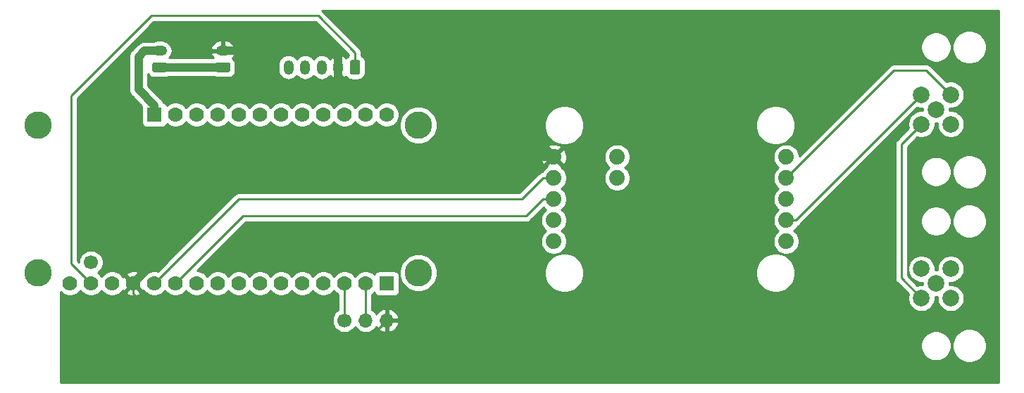
<source format=gbr>
G04 #@! TF.GenerationSoftware,KiCad,Pcbnew,5.1.4-3.fc31*
G04 #@! TF.CreationDate,2019-11-06T17:14:15+01:00*
G04 #@! TF.ProjectId,beieliscale-kicad,62656965-6c69-4736-9361-6c652d6b6963,rev?*
G04 #@! TF.SameCoordinates,Original*
G04 #@! TF.FileFunction,Copper,L2,Bot*
G04 #@! TF.FilePolarity,Positive*
%FSLAX46Y46*%
G04 Gerber Fmt 4.6, Leading zero omitted, Abs format (unit mm)*
G04 Created by KiCad (PCBNEW 5.1.4-3.fc31) date 2019-11-06 17:14:15*
%MOMM*%
%LPD*%
G04 APERTURE LIST*
%ADD10C,1.700000*%
%ADD11O,1.700000X1.700000*%
%ADD12C,1.879600*%
%ADD13C,0.100000*%
%ADD14C,1.200000*%
%ADD15O,1.750000X1.200000*%
%ADD16C,2.000000*%
%ADD17C,3.302000*%
%ADD18C,1.778000*%
%ADD19R,1.778000X1.778000*%
%ADD20O,1.200000X1.750000*%
%ADD21C,1.000000*%
%ADD22C,0.250000*%
%ADD23C,0.254000*%
G04 APERTURE END LIST*
D10*
X79375000Y-71960000D03*
D11*
X81915000Y-71960000D03*
X84455000Y-71960000D03*
D12*
X132475000Y-52275000D03*
X132475000Y-54815000D03*
X132475000Y-57355000D03*
X132475000Y-59895000D03*
X132475000Y-62435000D03*
X104535000Y-62435000D03*
X104535000Y-59895000D03*
X104535000Y-57355000D03*
X104535000Y-54815000D03*
X104535000Y-52275000D03*
X112155000Y-54815000D03*
X112155000Y-52275000D03*
D13*
G36*
X65419505Y-40881204D02*
G01*
X65443773Y-40884804D01*
X65467572Y-40890765D01*
X65490671Y-40899030D01*
X65512850Y-40909520D01*
X65533893Y-40922132D01*
X65553599Y-40936747D01*
X65571777Y-40953223D01*
X65588253Y-40971401D01*
X65602868Y-40991107D01*
X65615480Y-41012150D01*
X65625970Y-41034329D01*
X65634235Y-41057428D01*
X65640196Y-41081227D01*
X65643796Y-41105495D01*
X65645000Y-41129999D01*
X65645000Y-41830001D01*
X65643796Y-41854505D01*
X65640196Y-41878773D01*
X65634235Y-41902572D01*
X65625970Y-41925671D01*
X65615480Y-41947850D01*
X65602868Y-41968893D01*
X65588253Y-41988599D01*
X65571777Y-42006777D01*
X65553599Y-42023253D01*
X65533893Y-42037868D01*
X65512850Y-42050480D01*
X65490671Y-42060970D01*
X65467572Y-42069235D01*
X65443773Y-42075196D01*
X65419505Y-42078796D01*
X65395001Y-42080000D01*
X64144999Y-42080000D01*
X64120495Y-42078796D01*
X64096227Y-42075196D01*
X64072428Y-42069235D01*
X64049329Y-42060970D01*
X64027150Y-42050480D01*
X64006107Y-42037868D01*
X63986401Y-42023253D01*
X63968223Y-42006777D01*
X63951747Y-41988599D01*
X63937132Y-41968893D01*
X63924520Y-41947850D01*
X63914030Y-41925671D01*
X63905765Y-41902572D01*
X63899804Y-41878773D01*
X63896204Y-41854505D01*
X63895000Y-41830001D01*
X63895000Y-41129999D01*
X63896204Y-41105495D01*
X63899804Y-41081227D01*
X63905765Y-41057428D01*
X63914030Y-41034329D01*
X63924520Y-41012150D01*
X63937132Y-40991107D01*
X63951747Y-40971401D01*
X63968223Y-40953223D01*
X63986401Y-40936747D01*
X64006107Y-40922132D01*
X64027150Y-40909520D01*
X64049329Y-40899030D01*
X64072428Y-40890765D01*
X64096227Y-40884804D01*
X64120495Y-40881204D01*
X64144999Y-40880000D01*
X65395001Y-40880000D01*
X65419505Y-40881204D01*
X65419505Y-40881204D01*
G37*
D14*
X64770000Y-41480000D03*
D15*
X64770000Y-39480000D03*
D16*
X150495000Y-46560000D03*
X152265000Y-44790000D03*
X152265000Y-48330000D03*
X148725000Y-44790000D03*
X148725000Y-48330000D03*
X148725000Y-69285000D03*
X148725000Y-65745000D03*
X152265000Y-69285000D03*
X152265000Y-65745000D03*
X150495000Y-67515000D03*
D15*
X57150000Y-39480000D03*
D13*
G36*
X57799505Y-40881204D02*
G01*
X57823773Y-40884804D01*
X57847572Y-40890765D01*
X57870671Y-40899030D01*
X57892850Y-40909520D01*
X57913893Y-40922132D01*
X57933599Y-40936747D01*
X57951777Y-40953223D01*
X57968253Y-40971401D01*
X57982868Y-40991107D01*
X57995480Y-41012150D01*
X58005970Y-41034329D01*
X58014235Y-41057428D01*
X58020196Y-41081227D01*
X58023796Y-41105495D01*
X58025000Y-41129999D01*
X58025000Y-41830001D01*
X58023796Y-41854505D01*
X58020196Y-41878773D01*
X58014235Y-41902572D01*
X58005970Y-41925671D01*
X57995480Y-41947850D01*
X57982868Y-41968893D01*
X57968253Y-41988599D01*
X57951777Y-42006777D01*
X57933599Y-42023253D01*
X57913893Y-42037868D01*
X57892850Y-42050480D01*
X57870671Y-42060970D01*
X57847572Y-42069235D01*
X57823773Y-42075196D01*
X57799505Y-42078796D01*
X57775001Y-42080000D01*
X56524999Y-42080000D01*
X56500495Y-42078796D01*
X56476227Y-42075196D01*
X56452428Y-42069235D01*
X56429329Y-42060970D01*
X56407150Y-42050480D01*
X56386107Y-42037868D01*
X56366401Y-42023253D01*
X56348223Y-42006777D01*
X56331747Y-41988599D01*
X56317132Y-41968893D01*
X56304520Y-41947850D01*
X56294030Y-41925671D01*
X56285765Y-41902572D01*
X56279804Y-41878773D01*
X56276204Y-41854505D01*
X56275000Y-41830001D01*
X56275000Y-41129999D01*
X56276204Y-41105495D01*
X56279804Y-41081227D01*
X56285765Y-41057428D01*
X56294030Y-41034329D01*
X56304520Y-41012150D01*
X56317132Y-40991107D01*
X56331747Y-40971401D01*
X56348223Y-40953223D01*
X56366401Y-40936747D01*
X56386107Y-40922132D01*
X56407150Y-40909520D01*
X56429329Y-40899030D01*
X56452428Y-40890765D01*
X56476227Y-40884804D01*
X56500495Y-40881204D01*
X56524999Y-40880000D01*
X57775001Y-40880000D01*
X57799505Y-40881204D01*
X57799505Y-40881204D01*
G37*
D14*
X57150000Y-41480000D03*
D17*
X42545000Y-48465000D03*
X42545000Y-66245000D03*
X88265000Y-66245000D03*
X88265000Y-48465000D03*
D18*
X46355000Y-67515000D03*
X48895000Y-67515000D03*
X51435000Y-67515000D03*
X53975000Y-67515000D03*
X56515000Y-67515000D03*
X59055000Y-67515000D03*
X61595000Y-67515000D03*
X64135000Y-67515000D03*
X66675000Y-67515000D03*
X69215000Y-67515000D03*
X71755000Y-67515000D03*
X74295000Y-67515000D03*
X76835000Y-67515000D03*
X79375000Y-67515000D03*
X81915000Y-67515000D03*
D19*
X84455000Y-67515000D03*
D18*
X59055000Y-47195000D03*
D19*
X56515000Y-47195000D03*
D18*
X61595000Y-47195000D03*
X64135000Y-47195000D03*
X66675000Y-47195000D03*
X69215000Y-47195000D03*
X71755000Y-47195000D03*
X74295000Y-47195000D03*
X76835000Y-47195000D03*
X79375000Y-47195000D03*
X81915000Y-47195000D03*
X84455000Y-47195000D03*
D13*
G36*
X81019505Y-40606204D02*
G01*
X81043773Y-40609804D01*
X81067572Y-40615765D01*
X81090671Y-40624030D01*
X81112850Y-40634520D01*
X81133893Y-40647132D01*
X81153599Y-40661747D01*
X81171777Y-40678223D01*
X81188253Y-40696401D01*
X81202868Y-40716107D01*
X81215480Y-40737150D01*
X81225970Y-40759329D01*
X81234235Y-40782428D01*
X81240196Y-40806227D01*
X81243796Y-40830495D01*
X81245000Y-40854999D01*
X81245000Y-42105001D01*
X81243796Y-42129505D01*
X81240196Y-42153773D01*
X81234235Y-42177572D01*
X81225970Y-42200671D01*
X81215480Y-42222850D01*
X81202868Y-42243893D01*
X81188253Y-42263599D01*
X81171777Y-42281777D01*
X81153599Y-42298253D01*
X81133893Y-42312868D01*
X81112850Y-42325480D01*
X81090671Y-42335970D01*
X81067572Y-42344235D01*
X81043773Y-42350196D01*
X81019505Y-42353796D01*
X80995001Y-42355000D01*
X80294999Y-42355000D01*
X80270495Y-42353796D01*
X80246227Y-42350196D01*
X80222428Y-42344235D01*
X80199329Y-42335970D01*
X80177150Y-42325480D01*
X80156107Y-42312868D01*
X80136401Y-42298253D01*
X80118223Y-42281777D01*
X80101747Y-42263599D01*
X80087132Y-42243893D01*
X80074520Y-42222850D01*
X80064030Y-42200671D01*
X80055765Y-42177572D01*
X80049804Y-42153773D01*
X80046204Y-42129505D01*
X80045000Y-42105001D01*
X80045000Y-40854999D01*
X80046204Y-40830495D01*
X80049804Y-40806227D01*
X80055765Y-40782428D01*
X80064030Y-40759329D01*
X80074520Y-40737150D01*
X80087132Y-40716107D01*
X80101747Y-40696401D01*
X80118223Y-40678223D01*
X80136401Y-40661747D01*
X80156107Y-40647132D01*
X80177150Y-40634520D01*
X80199329Y-40624030D01*
X80222428Y-40615765D01*
X80246227Y-40609804D01*
X80270495Y-40606204D01*
X80294999Y-40605000D01*
X80995001Y-40605000D01*
X81019505Y-40606204D01*
X81019505Y-40606204D01*
G37*
D14*
X80645000Y-41480000D03*
D20*
X78645000Y-41480000D03*
X76645000Y-41480000D03*
X74645000Y-41480000D03*
X72645000Y-41480000D03*
D10*
X48895000Y-64975000D03*
D21*
X57150000Y-41480000D02*
X64770000Y-41480000D01*
D22*
X78645000Y-41205000D02*
X78645000Y-41480000D01*
X53975000Y-68772235D02*
X59067765Y-73865000D01*
X53975000Y-67515000D02*
X53975000Y-68772235D01*
X82550000Y-73865000D02*
X84455000Y-71960000D01*
X59067765Y-73865000D02*
X82550000Y-73865000D01*
D21*
X78645000Y-40355000D02*
X78645000Y-41205000D01*
X64770000Y-39480000D02*
X77770000Y-39480000D01*
X77770000Y-39480000D02*
X78645000Y-40355000D01*
X69215000Y-52275000D02*
X53975000Y-67515000D01*
X104535000Y-52275000D02*
X69215000Y-52275000D01*
X78645000Y-42605000D02*
X80264000Y-44224000D01*
X80264000Y-44224000D02*
X96484000Y-44224000D01*
X96484000Y-44224000D02*
X104535000Y-52275000D01*
X78645000Y-41480000D02*
X78645000Y-42605000D01*
X57150000Y-39480000D02*
X55340000Y-39480000D01*
X55340000Y-39480000D02*
X54610000Y-40210000D01*
X54610000Y-40210000D02*
X54610000Y-44151000D01*
X56515000Y-46056000D02*
X56515000Y-47195000D01*
X54610000Y-44151000D02*
X56515000Y-46056000D01*
D22*
X46482000Y-65102000D02*
X46482000Y-44909000D01*
X46482000Y-44909000D02*
X56134000Y-35257000D01*
X56134000Y-35257000D02*
X76200000Y-35257000D01*
X48895000Y-67515000D02*
X46482000Y-65102000D01*
X80645000Y-39702000D02*
X80645000Y-41480000D01*
X76200000Y-35257000D02*
X80645000Y-39702000D01*
X79375000Y-68772235D02*
X79375000Y-71960000D01*
X79375000Y-67515000D02*
X79375000Y-68772235D01*
X81915000Y-68772235D02*
X81915000Y-71960000D01*
X81915000Y-67515000D02*
X81915000Y-68772235D01*
X149336000Y-41861000D02*
X152265000Y-44790000D01*
X132475000Y-54815000D02*
X145429000Y-41861000D01*
X145429000Y-41861000D02*
X149336000Y-41861000D01*
X133620000Y-59895000D02*
X132475000Y-59895000D01*
X148725000Y-44790000D02*
X133620000Y-59895000D01*
X148725000Y-48330000D02*
X146304000Y-50751000D01*
X146304000Y-66864000D02*
X148725000Y-69285000D01*
X146304000Y-50751000D02*
X146304000Y-66864000D01*
X103205923Y-57355000D02*
X101173923Y-59387000D01*
X104535000Y-57355000D02*
X103205923Y-57355000D01*
X67183000Y-59387000D02*
X59055000Y-67515000D01*
X101173923Y-59387000D02*
X67183000Y-59387000D01*
X66675000Y-57355000D02*
X66802000Y-57355000D01*
X56515000Y-67515000D02*
X66675000Y-57355000D01*
X100665923Y-57355000D02*
X66675000Y-57355000D01*
X103205923Y-54815000D02*
X100665923Y-57355000D01*
X104535000Y-54815000D02*
X103205923Y-54815000D01*
D23*
G36*
X157988000Y-79453000D02*
G01*
X45212000Y-79453000D01*
X45212000Y-74834268D01*
X148660000Y-74834268D01*
X148660000Y-75195732D01*
X148730518Y-75550250D01*
X148868844Y-75884199D01*
X149069662Y-76184744D01*
X149325256Y-76440338D01*
X149625801Y-76641156D01*
X149959750Y-76779482D01*
X150314268Y-76850000D01*
X150675732Y-76850000D01*
X151030250Y-76779482D01*
X151364199Y-76641156D01*
X151664744Y-76440338D01*
X151920338Y-76184744D01*
X152121156Y-75884199D01*
X152259482Y-75550250D01*
X152330000Y-75195732D01*
X152330000Y-74834268D01*
X152325593Y-74812108D01*
X152435000Y-74812108D01*
X152435000Y-75217892D01*
X152514165Y-75615880D01*
X152669452Y-75990776D01*
X152894894Y-76328173D01*
X153181827Y-76615106D01*
X153519224Y-76840548D01*
X153894120Y-76995835D01*
X154292108Y-77075000D01*
X154697892Y-77075000D01*
X155095880Y-76995835D01*
X155470776Y-76840548D01*
X155808173Y-76615106D01*
X156095106Y-76328173D01*
X156320548Y-75990776D01*
X156475835Y-75615880D01*
X156555000Y-75217892D01*
X156555000Y-74812108D01*
X156475835Y-74414120D01*
X156320548Y-74039224D01*
X156095106Y-73701827D01*
X155808173Y-73414894D01*
X155470776Y-73189452D01*
X155095880Y-73034165D01*
X154697892Y-72955000D01*
X154292108Y-72955000D01*
X153894120Y-73034165D01*
X153519224Y-73189452D01*
X153181827Y-73414894D01*
X152894894Y-73701827D01*
X152669452Y-74039224D01*
X152514165Y-74414120D01*
X152435000Y-74812108D01*
X152325593Y-74812108D01*
X152259482Y-74479750D01*
X152121156Y-74145801D01*
X151920338Y-73845256D01*
X151664744Y-73589662D01*
X151364199Y-73388844D01*
X151030250Y-73250518D01*
X150675732Y-73180000D01*
X150314268Y-73180000D01*
X149959750Y-73250518D01*
X149625801Y-73388844D01*
X149325256Y-73589662D01*
X149069662Y-73845256D01*
X148868844Y-74145801D01*
X148730518Y-74479750D01*
X148660000Y-74834268D01*
X45212000Y-74834268D01*
X45212000Y-68527261D01*
X45383507Y-68698768D01*
X45633115Y-68865551D01*
X45910466Y-68980434D01*
X46204899Y-69039000D01*
X46505101Y-69039000D01*
X46799534Y-68980434D01*
X47076885Y-68865551D01*
X47326493Y-68698768D01*
X47538768Y-68486493D01*
X47625000Y-68357438D01*
X47711232Y-68486493D01*
X47923507Y-68698768D01*
X48173115Y-68865551D01*
X48450466Y-68980434D01*
X48744899Y-69039000D01*
X49045101Y-69039000D01*
X49339534Y-68980434D01*
X49616885Y-68865551D01*
X49866493Y-68698768D01*
X50078768Y-68486493D01*
X50165000Y-68357438D01*
X50251232Y-68486493D01*
X50463507Y-68698768D01*
X50713115Y-68865551D01*
X50990466Y-68980434D01*
X51284899Y-69039000D01*
X51585101Y-69039000D01*
X51879534Y-68980434D01*
X52156885Y-68865551D01*
X52406493Y-68698768D01*
X52534030Y-68571231D01*
X53098374Y-68571231D01*
X53180727Y-68824289D01*
X53451418Y-68954086D01*
X53742230Y-69028580D01*
X54041988Y-69044908D01*
X54339171Y-69002443D01*
X54622359Y-68902816D01*
X54769273Y-68824289D01*
X54851626Y-68571231D01*
X53975000Y-67694605D01*
X53098374Y-68571231D01*
X52534030Y-68571231D01*
X52618768Y-68486493D01*
X52724417Y-68328378D01*
X52918769Y-68391626D01*
X53795395Y-67515000D01*
X54154605Y-67515000D01*
X55031231Y-68391626D01*
X55225583Y-68328378D01*
X55331232Y-68486493D01*
X55543507Y-68698768D01*
X55793115Y-68865551D01*
X56070466Y-68980434D01*
X56364899Y-69039000D01*
X56665101Y-69039000D01*
X56959534Y-68980434D01*
X57236885Y-68865551D01*
X57486493Y-68698768D01*
X57698768Y-68486493D01*
X57785000Y-68357438D01*
X57871232Y-68486493D01*
X58083507Y-68698768D01*
X58333115Y-68865551D01*
X58610466Y-68980434D01*
X58904899Y-69039000D01*
X59205101Y-69039000D01*
X59499534Y-68980434D01*
X59776885Y-68865551D01*
X60026493Y-68698768D01*
X60238768Y-68486493D01*
X60325000Y-68357438D01*
X60411232Y-68486493D01*
X60623507Y-68698768D01*
X60873115Y-68865551D01*
X61150466Y-68980434D01*
X61444899Y-69039000D01*
X61745101Y-69039000D01*
X62039534Y-68980434D01*
X62316885Y-68865551D01*
X62566493Y-68698768D01*
X62778768Y-68486493D01*
X62865000Y-68357438D01*
X62951232Y-68486493D01*
X63163507Y-68698768D01*
X63413115Y-68865551D01*
X63690466Y-68980434D01*
X63984899Y-69039000D01*
X64285101Y-69039000D01*
X64579534Y-68980434D01*
X64856885Y-68865551D01*
X65106493Y-68698768D01*
X65318768Y-68486493D01*
X65405000Y-68357438D01*
X65491232Y-68486493D01*
X65703507Y-68698768D01*
X65953115Y-68865551D01*
X66230466Y-68980434D01*
X66524899Y-69039000D01*
X66825101Y-69039000D01*
X67119534Y-68980434D01*
X67396885Y-68865551D01*
X67646493Y-68698768D01*
X67858768Y-68486493D01*
X67945000Y-68357438D01*
X68031232Y-68486493D01*
X68243507Y-68698768D01*
X68493115Y-68865551D01*
X68770466Y-68980434D01*
X69064899Y-69039000D01*
X69365101Y-69039000D01*
X69659534Y-68980434D01*
X69936885Y-68865551D01*
X70186493Y-68698768D01*
X70398768Y-68486493D01*
X70485000Y-68357438D01*
X70571232Y-68486493D01*
X70783507Y-68698768D01*
X71033115Y-68865551D01*
X71310466Y-68980434D01*
X71604899Y-69039000D01*
X71905101Y-69039000D01*
X72199534Y-68980434D01*
X72476885Y-68865551D01*
X72726493Y-68698768D01*
X72938768Y-68486493D01*
X73025000Y-68357438D01*
X73111232Y-68486493D01*
X73323507Y-68698768D01*
X73573115Y-68865551D01*
X73850466Y-68980434D01*
X74144899Y-69039000D01*
X74445101Y-69039000D01*
X74739534Y-68980434D01*
X75016885Y-68865551D01*
X75266493Y-68698768D01*
X75478768Y-68486493D01*
X75565000Y-68357438D01*
X75651232Y-68486493D01*
X75863507Y-68698768D01*
X76113115Y-68865551D01*
X76390466Y-68980434D01*
X76684899Y-69039000D01*
X76985101Y-69039000D01*
X77279534Y-68980434D01*
X77556885Y-68865551D01*
X77806493Y-68698768D01*
X78018768Y-68486493D01*
X78105000Y-68357438D01*
X78191232Y-68486493D01*
X78403507Y-68698768D01*
X78615000Y-68840083D01*
X78615001Y-70681821D01*
X78428368Y-70806525D01*
X78221525Y-71013368D01*
X78059010Y-71256589D01*
X77947068Y-71526842D01*
X77890000Y-71813740D01*
X77890000Y-72106260D01*
X77947068Y-72393158D01*
X78059010Y-72663411D01*
X78221525Y-72906632D01*
X78428368Y-73113475D01*
X78671589Y-73275990D01*
X78941842Y-73387932D01*
X79228740Y-73445000D01*
X79521260Y-73445000D01*
X79808158Y-73387932D01*
X80078411Y-73275990D01*
X80321632Y-73113475D01*
X80528475Y-72906632D01*
X80644415Y-72733115D01*
X80674294Y-72789014D01*
X80859866Y-73015134D01*
X81085986Y-73200706D01*
X81343966Y-73338599D01*
X81623889Y-73423513D01*
X81842050Y-73445000D01*
X81987950Y-73445000D01*
X82206111Y-73423513D01*
X82486034Y-73338599D01*
X82744014Y-73200706D01*
X82970134Y-73015134D01*
X83155706Y-72789014D01*
X83190201Y-72724477D01*
X83259822Y-72841355D01*
X83454731Y-73057588D01*
X83688080Y-73231641D01*
X83950901Y-73356825D01*
X84098110Y-73401476D01*
X84328000Y-73280155D01*
X84328000Y-72087000D01*
X84582000Y-72087000D01*
X84582000Y-73280155D01*
X84811890Y-73401476D01*
X84959099Y-73356825D01*
X85221920Y-73231641D01*
X85455269Y-73057588D01*
X85650178Y-72841355D01*
X85799157Y-72591252D01*
X85896481Y-72316891D01*
X85775814Y-72087000D01*
X84582000Y-72087000D01*
X84328000Y-72087000D01*
X84308000Y-72087000D01*
X84308000Y-71833000D01*
X84328000Y-71833000D01*
X84328000Y-70639845D01*
X84582000Y-70639845D01*
X84582000Y-71833000D01*
X85775814Y-71833000D01*
X85896481Y-71603109D01*
X85799157Y-71328748D01*
X85650178Y-71078645D01*
X85455269Y-70862412D01*
X85221920Y-70688359D01*
X84959099Y-70563175D01*
X84811890Y-70518524D01*
X84582000Y-70639845D01*
X84328000Y-70639845D01*
X84098110Y-70518524D01*
X83950901Y-70563175D01*
X83688080Y-70688359D01*
X83454731Y-70862412D01*
X83259822Y-71078645D01*
X83190201Y-71195523D01*
X83155706Y-71130986D01*
X82970134Y-70904866D01*
X82744014Y-70719294D01*
X82675000Y-70682405D01*
X82675000Y-68840083D01*
X82886493Y-68698768D01*
X82967324Y-68617937D01*
X82976498Y-68648180D01*
X83035463Y-68758494D01*
X83114815Y-68855185D01*
X83211506Y-68934537D01*
X83321820Y-68993502D01*
X83441518Y-69029812D01*
X83566000Y-69042072D01*
X85344000Y-69042072D01*
X85468482Y-69029812D01*
X85588180Y-68993502D01*
X85698494Y-68934537D01*
X85795185Y-68855185D01*
X85874537Y-68758494D01*
X85933502Y-68648180D01*
X85969812Y-68528482D01*
X85982072Y-68404000D01*
X85982072Y-66626000D01*
X85969812Y-66501518D01*
X85933502Y-66381820D01*
X85874537Y-66271506D01*
X85795185Y-66174815D01*
X85698494Y-66095463D01*
X85588180Y-66036498D01*
X85533296Y-66019849D01*
X85979000Y-66019849D01*
X85979000Y-66470151D01*
X86066850Y-66911802D01*
X86239173Y-67327827D01*
X86489348Y-67702240D01*
X86807760Y-68020652D01*
X87182173Y-68270827D01*
X87598198Y-68443150D01*
X88039849Y-68531000D01*
X88490151Y-68531000D01*
X88931802Y-68443150D01*
X89347827Y-68270827D01*
X89722240Y-68020652D01*
X90040652Y-67702240D01*
X90290827Y-67327827D01*
X90463150Y-66911802D01*
X90551000Y-66470151D01*
X90551000Y-66019849D01*
X90549061Y-66010098D01*
X103420000Y-66010098D01*
X103420000Y-66479902D01*
X103511654Y-66940679D01*
X103691440Y-67374721D01*
X103952450Y-67765349D01*
X104284651Y-68097550D01*
X104675279Y-68358560D01*
X105109321Y-68538346D01*
X105570098Y-68630000D01*
X106039902Y-68630000D01*
X106500679Y-68538346D01*
X106934721Y-68358560D01*
X107325349Y-68097550D01*
X107657550Y-67765349D01*
X107918560Y-67374721D01*
X108098346Y-66940679D01*
X108190000Y-66479902D01*
X108190000Y-66010098D01*
X128820000Y-66010098D01*
X128820000Y-66479902D01*
X128911654Y-66940679D01*
X129091440Y-67374721D01*
X129352450Y-67765349D01*
X129684651Y-68097550D01*
X130075279Y-68358560D01*
X130509321Y-68538346D01*
X130970098Y-68630000D01*
X131439902Y-68630000D01*
X131900679Y-68538346D01*
X132334721Y-68358560D01*
X132725349Y-68097550D01*
X133057550Y-67765349D01*
X133318560Y-67374721D01*
X133498346Y-66940679D01*
X133590000Y-66479902D01*
X133590000Y-66010098D01*
X133498346Y-65549321D01*
X133318560Y-65115279D01*
X133057550Y-64724651D01*
X132725349Y-64392450D01*
X132334721Y-64131440D01*
X131900679Y-63951654D01*
X131439902Y-63860000D01*
X130970098Y-63860000D01*
X130509321Y-63951654D01*
X130075279Y-64131440D01*
X129684651Y-64392450D01*
X129352450Y-64724651D01*
X129091440Y-65115279D01*
X128911654Y-65549321D01*
X128820000Y-66010098D01*
X108190000Y-66010098D01*
X108098346Y-65549321D01*
X107918560Y-65115279D01*
X107657550Y-64724651D01*
X107325349Y-64392450D01*
X106934721Y-64131440D01*
X106500679Y-63951654D01*
X106039902Y-63860000D01*
X105570098Y-63860000D01*
X105109321Y-63951654D01*
X104675279Y-64131440D01*
X104284651Y-64392450D01*
X103952450Y-64724651D01*
X103691440Y-65115279D01*
X103511654Y-65549321D01*
X103420000Y-66010098D01*
X90549061Y-66010098D01*
X90463150Y-65578198D01*
X90290827Y-65162173D01*
X90040652Y-64787760D01*
X89722240Y-64469348D01*
X89347827Y-64219173D01*
X88931802Y-64046850D01*
X88490151Y-63959000D01*
X88039849Y-63959000D01*
X87598198Y-64046850D01*
X87182173Y-64219173D01*
X86807760Y-64469348D01*
X86489348Y-64787760D01*
X86239173Y-65162173D01*
X86066850Y-65578198D01*
X85979000Y-66019849D01*
X85533296Y-66019849D01*
X85468482Y-66000188D01*
X85344000Y-65987928D01*
X83566000Y-65987928D01*
X83441518Y-66000188D01*
X83321820Y-66036498D01*
X83211506Y-66095463D01*
X83114815Y-66174815D01*
X83035463Y-66271506D01*
X82976498Y-66381820D01*
X82967324Y-66412063D01*
X82886493Y-66331232D01*
X82636885Y-66164449D01*
X82359534Y-66049566D01*
X82065101Y-65991000D01*
X81764899Y-65991000D01*
X81470466Y-66049566D01*
X81193115Y-66164449D01*
X80943507Y-66331232D01*
X80731232Y-66543507D01*
X80645000Y-66672562D01*
X80558768Y-66543507D01*
X80346493Y-66331232D01*
X80096885Y-66164449D01*
X79819534Y-66049566D01*
X79525101Y-65991000D01*
X79224899Y-65991000D01*
X78930466Y-66049566D01*
X78653115Y-66164449D01*
X78403507Y-66331232D01*
X78191232Y-66543507D01*
X78105000Y-66672562D01*
X78018768Y-66543507D01*
X77806493Y-66331232D01*
X77556885Y-66164449D01*
X77279534Y-66049566D01*
X76985101Y-65991000D01*
X76684899Y-65991000D01*
X76390466Y-66049566D01*
X76113115Y-66164449D01*
X75863507Y-66331232D01*
X75651232Y-66543507D01*
X75565000Y-66672562D01*
X75478768Y-66543507D01*
X75266493Y-66331232D01*
X75016885Y-66164449D01*
X74739534Y-66049566D01*
X74445101Y-65991000D01*
X74144899Y-65991000D01*
X73850466Y-66049566D01*
X73573115Y-66164449D01*
X73323507Y-66331232D01*
X73111232Y-66543507D01*
X73025000Y-66672562D01*
X72938768Y-66543507D01*
X72726493Y-66331232D01*
X72476885Y-66164449D01*
X72199534Y-66049566D01*
X71905101Y-65991000D01*
X71604899Y-65991000D01*
X71310466Y-66049566D01*
X71033115Y-66164449D01*
X70783507Y-66331232D01*
X70571232Y-66543507D01*
X70485000Y-66672562D01*
X70398768Y-66543507D01*
X70186493Y-66331232D01*
X69936885Y-66164449D01*
X69659534Y-66049566D01*
X69365101Y-65991000D01*
X69064899Y-65991000D01*
X68770466Y-66049566D01*
X68493115Y-66164449D01*
X68243507Y-66331232D01*
X68031232Y-66543507D01*
X67945000Y-66672562D01*
X67858768Y-66543507D01*
X67646493Y-66331232D01*
X67396885Y-66164449D01*
X67119534Y-66049566D01*
X66825101Y-65991000D01*
X66524899Y-65991000D01*
X66230466Y-66049566D01*
X65953115Y-66164449D01*
X65703507Y-66331232D01*
X65491232Y-66543507D01*
X65405000Y-66672562D01*
X65318768Y-66543507D01*
X65106493Y-66331232D01*
X64856885Y-66164449D01*
X64579534Y-66049566D01*
X64285101Y-65991000D01*
X63984899Y-65991000D01*
X63690466Y-66049566D01*
X63413115Y-66164449D01*
X63163507Y-66331232D01*
X62951232Y-66543507D01*
X62865000Y-66672562D01*
X62778768Y-66543507D01*
X62566493Y-66331232D01*
X62316885Y-66164449D01*
X62039534Y-66049566D01*
X61745101Y-65991000D01*
X61653801Y-65991000D01*
X67497802Y-60147000D01*
X101136601Y-60147000D01*
X101173923Y-60150676D01*
X101211245Y-60147000D01*
X101211256Y-60147000D01*
X101322909Y-60136003D01*
X101466170Y-60092546D01*
X101598199Y-60021974D01*
X101713924Y-59927001D01*
X101737727Y-59897997D01*
X103297784Y-58337941D01*
X103311773Y-58358877D01*
X103531123Y-58578227D01*
X103601124Y-58625000D01*
X103531123Y-58671773D01*
X103311773Y-58891123D01*
X103139430Y-59149052D01*
X103020718Y-59435648D01*
X102960200Y-59739896D01*
X102960200Y-60050104D01*
X103020718Y-60354352D01*
X103139430Y-60640948D01*
X103311773Y-60898877D01*
X103531123Y-61118227D01*
X103601124Y-61165000D01*
X103531123Y-61211773D01*
X103311773Y-61431123D01*
X103139430Y-61689052D01*
X103020718Y-61975648D01*
X102960200Y-62279896D01*
X102960200Y-62590104D01*
X103020718Y-62894352D01*
X103139430Y-63180948D01*
X103311773Y-63438877D01*
X103531123Y-63658227D01*
X103789052Y-63830570D01*
X104075648Y-63949282D01*
X104379896Y-64009800D01*
X104690104Y-64009800D01*
X104994352Y-63949282D01*
X105280948Y-63830570D01*
X105538877Y-63658227D01*
X105758227Y-63438877D01*
X105930570Y-63180948D01*
X106049282Y-62894352D01*
X106109800Y-62590104D01*
X106109800Y-62279896D01*
X106049282Y-61975648D01*
X105930570Y-61689052D01*
X105758227Y-61431123D01*
X105538877Y-61211773D01*
X105468876Y-61165000D01*
X105538877Y-61118227D01*
X105758227Y-60898877D01*
X105930570Y-60640948D01*
X106049282Y-60354352D01*
X106109800Y-60050104D01*
X106109800Y-59739896D01*
X106049282Y-59435648D01*
X105930570Y-59149052D01*
X105758227Y-58891123D01*
X105538877Y-58671773D01*
X105468876Y-58625000D01*
X105538877Y-58578227D01*
X105758227Y-58358877D01*
X105930570Y-58100948D01*
X106049282Y-57814352D01*
X106109800Y-57510104D01*
X106109800Y-57199896D01*
X106049282Y-56895648D01*
X105930570Y-56609052D01*
X105758227Y-56351123D01*
X105538877Y-56131773D01*
X105468876Y-56085000D01*
X105538877Y-56038227D01*
X105758227Y-55818877D01*
X105930570Y-55560948D01*
X106049282Y-55274352D01*
X106109800Y-54970104D01*
X106109800Y-54659896D01*
X106049282Y-54355648D01*
X105930570Y-54069052D01*
X105758227Y-53811123D01*
X105538877Y-53591773D01*
X105402286Y-53500505D01*
X105447871Y-53367476D01*
X104535000Y-52454605D01*
X103622129Y-53367476D01*
X103667714Y-53500505D01*
X103531123Y-53591773D01*
X103311773Y-53811123D01*
X103147426Y-54057084D01*
X103056937Y-54065997D01*
X102913676Y-54109454D01*
X102781647Y-54180026D01*
X102781645Y-54180027D01*
X102781646Y-54180027D01*
X102694919Y-54251201D01*
X102694915Y-54251205D01*
X102665922Y-54274999D01*
X102642128Y-54303992D01*
X100351122Y-56595000D01*
X66712325Y-56595000D01*
X66675000Y-56591324D01*
X66637675Y-56595000D01*
X66637667Y-56595000D01*
X66526014Y-56605997D01*
X66382753Y-56649454D01*
X66250724Y-56720026D01*
X66134999Y-56814999D01*
X66111201Y-56843997D01*
X56914576Y-66040623D01*
X56665101Y-65991000D01*
X56364899Y-65991000D01*
X56070466Y-66049566D01*
X55793115Y-66164449D01*
X55543507Y-66331232D01*
X55331232Y-66543507D01*
X55225583Y-66701622D01*
X55031231Y-66638374D01*
X54154605Y-67515000D01*
X53795395Y-67515000D01*
X52918769Y-66638374D01*
X52724417Y-66701622D01*
X52618768Y-66543507D01*
X52534030Y-66458769D01*
X53098374Y-66458769D01*
X53975000Y-67335395D01*
X54851626Y-66458769D01*
X54769273Y-66205711D01*
X54498582Y-66075914D01*
X54207770Y-66001420D01*
X53908012Y-65985092D01*
X53610829Y-66027557D01*
X53327641Y-66127184D01*
X53180727Y-66205711D01*
X53098374Y-66458769D01*
X52534030Y-66458769D01*
X52406493Y-66331232D01*
X52156885Y-66164449D01*
X51879534Y-66049566D01*
X51585101Y-65991000D01*
X51284899Y-65991000D01*
X50990466Y-66049566D01*
X50713115Y-66164449D01*
X50463507Y-66331232D01*
X50251232Y-66543507D01*
X50165000Y-66672562D01*
X50078768Y-66543507D01*
X49866493Y-66331232D01*
X49702339Y-66221548D01*
X49841632Y-66128475D01*
X50048475Y-65921632D01*
X50210990Y-65678411D01*
X50322932Y-65408158D01*
X50380000Y-65121260D01*
X50380000Y-64828740D01*
X50322932Y-64541842D01*
X50210990Y-64271589D01*
X50048475Y-64028368D01*
X49841632Y-63821525D01*
X49598411Y-63659010D01*
X49328158Y-63547068D01*
X49041260Y-63490000D01*
X48748740Y-63490000D01*
X48461842Y-63547068D01*
X48191589Y-63659010D01*
X47948368Y-63821525D01*
X47741525Y-64028368D01*
X47579010Y-64271589D01*
X47467068Y-64541842D01*
X47410000Y-64828740D01*
X47410000Y-64955199D01*
X47242000Y-64787199D01*
X47242000Y-52339977D01*
X102953916Y-52339977D01*
X102996973Y-52647184D01*
X103099135Y-52940086D01*
X103184277Y-53099377D01*
X103442524Y-53187871D01*
X104355395Y-52275000D01*
X104714605Y-52275000D01*
X105627476Y-53187871D01*
X105885723Y-53099377D01*
X106020597Y-52820024D01*
X106098381Y-52519725D01*
X106116084Y-52210023D01*
X106103453Y-52119896D01*
X110580200Y-52119896D01*
X110580200Y-52430104D01*
X110640718Y-52734352D01*
X110759430Y-53020948D01*
X110931773Y-53278877D01*
X111151123Y-53498227D01*
X111221124Y-53545000D01*
X111151123Y-53591773D01*
X110931773Y-53811123D01*
X110759430Y-54069052D01*
X110640718Y-54355648D01*
X110580200Y-54659896D01*
X110580200Y-54970104D01*
X110640718Y-55274352D01*
X110759430Y-55560948D01*
X110931773Y-55818877D01*
X111151123Y-56038227D01*
X111409052Y-56210570D01*
X111695648Y-56329282D01*
X111999896Y-56389800D01*
X112310104Y-56389800D01*
X112614352Y-56329282D01*
X112900948Y-56210570D01*
X113158877Y-56038227D01*
X113378227Y-55818877D01*
X113550570Y-55560948D01*
X113669282Y-55274352D01*
X113729800Y-54970104D01*
X113729800Y-54659896D01*
X113669282Y-54355648D01*
X113550570Y-54069052D01*
X113378227Y-53811123D01*
X113158877Y-53591773D01*
X113088876Y-53545000D01*
X113158877Y-53498227D01*
X113378227Y-53278877D01*
X113550570Y-53020948D01*
X113669282Y-52734352D01*
X113729800Y-52430104D01*
X113729800Y-52119896D01*
X130900200Y-52119896D01*
X130900200Y-52430104D01*
X130960718Y-52734352D01*
X131079430Y-53020948D01*
X131251773Y-53278877D01*
X131471123Y-53498227D01*
X131541124Y-53545000D01*
X131471123Y-53591773D01*
X131251773Y-53811123D01*
X131079430Y-54069052D01*
X130960718Y-54355648D01*
X130900200Y-54659896D01*
X130900200Y-54970104D01*
X130960718Y-55274352D01*
X131079430Y-55560948D01*
X131251773Y-55818877D01*
X131471123Y-56038227D01*
X131541124Y-56085000D01*
X131471123Y-56131773D01*
X131251773Y-56351123D01*
X131079430Y-56609052D01*
X130960718Y-56895648D01*
X130900200Y-57199896D01*
X130900200Y-57510104D01*
X130960718Y-57814352D01*
X131079430Y-58100948D01*
X131251773Y-58358877D01*
X131471123Y-58578227D01*
X131541124Y-58625000D01*
X131471123Y-58671773D01*
X131251773Y-58891123D01*
X131079430Y-59149052D01*
X130960718Y-59435648D01*
X130900200Y-59739896D01*
X130900200Y-60050104D01*
X130960718Y-60354352D01*
X131079430Y-60640948D01*
X131251773Y-60898877D01*
X131471123Y-61118227D01*
X131541124Y-61165000D01*
X131471123Y-61211773D01*
X131251773Y-61431123D01*
X131079430Y-61689052D01*
X130960718Y-61975648D01*
X130900200Y-62279896D01*
X130900200Y-62590104D01*
X130960718Y-62894352D01*
X131079430Y-63180948D01*
X131251773Y-63438877D01*
X131471123Y-63658227D01*
X131729052Y-63830570D01*
X132015648Y-63949282D01*
X132319896Y-64009800D01*
X132630104Y-64009800D01*
X132934352Y-63949282D01*
X133220948Y-63830570D01*
X133478877Y-63658227D01*
X133698227Y-63438877D01*
X133870570Y-63180948D01*
X133989282Y-62894352D01*
X134049800Y-62590104D01*
X134049800Y-62279896D01*
X133989282Y-61975648D01*
X133870570Y-61689052D01*
X133698227Y-61431123D01*
X133478877Y-61211773D01*
X133408876Y-61165000D01*
X133478877Y-61118227D01*
X133698227Y-60898877D01*
X133870570Y-60640948D01*
X133883721Y-60609199D01*
X133912247Y-60600546D01*
X134044276Y-60529974D01*
X134160001Y-60435001D01*
X134183804Y-60405997D01*
X148233625Y-46356177D01*
X148248088Y-46362168D01*
X148563967Y-46425000D01*
X148860000Y-46425000D01*
X148860000Y-46695000D01*
X148563967Y-46695000D01*
X148248088Y-46757832D01*
X147950537Y-46881082D01*
X147682748Y-47060013D01*
X147455013Y-47287748D01*
X147276082Y-47555537D01*
X147152832Y-47853088D01*
X147090000Y-48168967D01*
X147090000Y-48491033D01*
X147152832Y-48806912D01*
X147158823Y-48821375D01*
X145793003Y-50187196D01*
X145763999Y-50210999D01*
X145739664Y-50240652D01*
X145669026Y-50326724D01*
X145598455Y-50458753D01*
X145598454Y-50458754D01*
X145554997Y-50602015D01*
X145544000Y-50713668D01*
X145544000Y-50713678D01*
X145540324Y-50751000D01*
X145544000Y-50788322D01*
X145544001Y-66826667D01*
X145540324Y-66864000D01*
X145544001Y-66901333D01*
X145554998Y-67012986D01*
X145568180Y-67056442D01*
X145598454Y-67156246D01*
X145669026Y-67288276D01*
X145740201Y-67375002D01*
X145764000Y-67404001D01*
X145792998Y-67427799D01*
X147158823Y-68793625D01*
X147152832Y-68808088D01*
X147090000Y-69123967D01*
X147090000Y-69446033D01*
X147152832Y-69761912D01*
X147276082Y-70059463D01*
X147455013Y-70327252D01*
X147682748Y-70554987D01*
X147950537Y-70733918D01*
X148248088Y-70857168D01*
X148563967Y-70920000D01*
X148886033Y-70920000D01*
X149201912Y-70857168D01*
X149499463Y-70733918D01*
X149767252Y-70554987D01*
X149994987Y-70327252D01*
X150173918Y-70059463D01*
X150297168Y-69761912D01*
X150360000Y-69446033D01*
X150360000Y-69150000D01*
X150630000Y-69150000D01*
X150630000Y-69446033D01*
X150692832Y-69761912D01*
X150816082Y-70059463D01*
X150995013Y-70327252D01*
X151222748Y-70554987D01*
X151490537Y-70733918D01*
X151788088Y-70857168D01*
X152103967Y-70920000D01*
X152426033Y-70920000D01*
X152741912Y-70857168D01*
X153039463Y-70733918D01*
X153307252Y-70554987D01*
X153534987Y-70327252D01*
X153713918Y-70059463D01*
X153837168Y-69761912D01*
X153900000Y-69446033D01*
X153900000Y-69123967D01*
X153837168Y-68808088D01*
X153713918Y-68510537D01*
X153534987Y-68242748D01*
X153307252Y-68015013D01*
X153039463Y-67836082D01*
X152741912Y-67712832D01*
X152426033Y-67650000D01*
X152130000Y-67650000D01*
X152130000Y-67380000D01*
X152426033Y-67380000D01*
X152741912Y-67317168D01*
X153039463Y-67193918D01*
X153307252Y-67014987D01*
X153534987Y-66787252D01*
X153713918Y-66519463D01*
X153837168Y-66221912D01*
X153900000Y-65906033D01*
X153900000Y-65583967D01*
X153837168Y-65268088D01*
X153713918Y-64970537D01*
X153534987Y-64702748D01*
X153307252Y-64475013D01*
X153039463Y-64296082D01*
X152741912Y-64172832D01*
X152426033Y-64110000D01*
X152103967Y-64110000D01*
X151788088Y-64172832D01*
X151490537Y-64296082D01*
X151222748Y-64475013D01*
X150995013Y-64702748D01*
X150816082Y-64970537D01*
X150692832Y-65268088D01*
X150630000Y-65583967D01*
X150630000Y-65880000D01*
X150360000Y-65880000D01*
X150360000Y-65583967D01*
X150297168Y-65268088D01*
X150173918Y-64970537D01*
X149994987Y-64702748D01*
X149767252Y-64475013D01*
X149499463Y-64296082D01*
X149201912Y-64172832D01*
X148886033Y-64110000D01*
X148563967Y-64110000D01*
X148248088Y-64172832D01*
X147950537Y-64296082D01*
X147682748Y-64475013D01*
X147455013Y-64702748D01*
X147276082Y-64970537D01*
X147152832Y-65268088D01*
X147090000Y-65583967D01*
X147090000Y-65906033D01*
X147152832Y-66221912D01*
X147276082Y-66519463D01*
X147455013Y-66787252D01*
X147682748Y-67014987D01*
X147950537Y-67193918D01*
X148248088Y-67317168D01*
X148563967Y-67380000D01*
X148860000Y-67380000D01*
X148860000Y-67650000D01*
X148563967Y-67650000D01*
X148248088Y-67712832D01*
X148233625Y-67718823D01*
X147064000Y-66549199D01*
X147064000Y-59834268D01*
X148660000Y-59834268D01*
X148660000Y-60195732D01*
X148730518Y-60550250D01*
X148868844Y-60884199D01*
X149069662Y-61184744D01*
X149325256Y-61440338D01*
X149625801Y-61641156D01*
X149959750Y-61779482D01*
X150314268Y-61850000D01*
X150675732Y-61850000D01*
X151030250Y-61779482D01*
X151364199Y-61641156D01*
X151664744Y-61440338D01*
X151920338Y-61184744D01*
X152121156Y-60884199D01*
X152259482Y-60550250D01*
X152330000Y-60195732D01*
X152330000Y-59834268D01*
X152325593Y-59812108D01*
X152435000Y-59812108D01*
X152435000Y-60217892D01*
X152514165Y-60615880D01*
X152669452Y-60990776D01*
X152894894Y-61328173D01*
X153181827Y-61615106D01*
X153519224Y-61840548D01*
X153894120Y-61995835D01*
X154292108Y-62075000D01*
X154697892Y-62075000D01*
X155095880Y-61995835D01*
X155470776Y-61840548D01*
X155808173Y-61615106D01*
X156095106Y-61328173D01*
X156320548Y-60990776D01*
X156475835Y-60615880D01*
X156555000Y-60217892D01*
X156555000Y-59812108D01*
X156475835Y-59414120D01*
X156320548Y-59039224D01*
X156095106Y-58701827D01*
X155808173Y-58414894D01*
X155470776Y-58189452D01*
X155095880Y-58034165D01*
X154697892Y-57955000D01*
X154292108Y-57955000D01*
X153894120Y-58034165D01*
X153519224Y-58189452D01*
X153181827Y-58414894D01*
X152894894Y-58701827D01*
X152669452Y-59039224D01*
X152514165Y-59414120D01*
X152435000Y-59812108D01*
X152325593Y-59812108D01*
X152259482Y-59479750D01*
X152121156Y-59145801D01*
X151920338Y-58845256D01*
X151664744Y-58589662D01*
X151364199Y-58388844D01*
X151030250Y-58250518D01*
X150675732Y-58180000D01*
X150314268Y-58180000D01*
X149959750Y-58250518D01*
X149625801Y-58388844D01*
X149325256Y-58589662D01*
X149069662Y-58845256D01*
X148868844Y-59145801D01*
X148730518Y-59479750D01*
X148660000Y-59834268D01*
X147064000Y-59834268D01*
X147064000Y-53879268D01*
X148660000Y-53879268D01*
X148660000Y-54240732D01*
X148730518Y-54595250D01*
X148868844Y-54929199D01*
X149069662Y-55229744D01*
X149325256Y-55485338D01*
X149625801Y-55686156D01*
X149959750Y-55824482D01*
X150314268Y-55895000D01*
X150675732Y-55895000D01*
X151030250Y-55824482D01*
X151364199Y-55686156D01*
X151664744Y-55485338D01*
X151920338Y-55229744D01*
X152121156Y-54929199D01*
X152259482Y-54595250D01*
X152330000Y-54240732D01*
X152330000Y-53879268D01*
X152325593Y-53857108D01*
X152435000Y-53857108D01*
X152435000Y-54262892D01*
X152514165Y-54660880D01*
X152669452Y-55035776D01*
X152894894Y-55373173D01*
X153181827Y-55660106D01*
X153519224Y-55885548D01*
X153894120Y-56040835D01*
X154292108Y-56120000D01*
X154697892Y-56120000D01*
X155095880Y-56040835D01*
X155470776Y-55885548D01*
X155808173Y-55660106D01*
X156095106Y-55373173D01*
X156320548Y-55035776D01*
X156475835Y-54660880D01*
X156555000Y-54262892D01*
X156555000Y-53857108D01*
X156475835Y-53459120D01*
X156320548Y-53084224D01*
X156095106Y-52746827D01*
X155808173Y-52459894D01*
X155470776Y-52234452D01*
X155095880Y-52079165D01*
X154697892Y-52000000D01*
X154292108Y-52000000D01*
X153894120Y-52079165D01*
X153519224Y-52234452D01*
X153181827Y-52459894D01*
X152894894Y-52746827D01*
X152669452Y-53084224D01*
X152514165Y-53459120D01*
X152435000Y-53857108D01*
X152325593Y-53857108D01*
X152259482Y-53524750D01*
X152121156Y-53190801D01*
X151920338Y-52890256D01*
X151664744Y-52634662D01*
X151364199Y-52433844D01*
X151030250Y-52295518D01*
X150675732Y-52225000D01*
X150314268Y-52225000D01*
X149959750Y-52295518D01*
X149625801Y-52433844D01*
X149325256Y-52634662D01*
X149069662Y-52890256D01*
X148868844Y-53190801D01*
X148730518Y-53524750D01*
X148660000Y-53879268D01*
X147064000Y-53879268D01*
X147064000Y-51065801D01*
X148233625Y-49896177D01*
X148248088Y-49902168D01*
X148563967Y-49965000D01*
X148886033Y-49965000D01*
X149201912Y-49902168D01*
X149499463Y-49778918D01*
X149767252Y-49599987D01*
X149994987Y-49372252D01*
X150173918Y-49104463D01*
X150297168Y-48806912D01*
X150360000Y-48491033D01*
X150360000Y-48195000D01*
X150630000Y-48195000D01*
X150630000Y-48491033D01*
X150692832Y-48806912D01*
X150816082Y-49104463D01*
X150995013Y-49372252D01*
X151222748Y-49599987D01*
X151490537Y-49778918D01*
X151788088Y-49902168D01*
X152103967Y-49965000D01*
X152426033Y-49965000D01*
X152741912Y-49902168D01*
X153039463Y-49778918D01*
X153307252Y-49599987D01*
X153534987Y-49372252D01*
X153713918Y-49104463D01*
X153837168Y-48806912D01*
X153900000Y-48491033D01*
X153900000Y-48168967D01*
X153837168Y-47853088D01*
X153713918Y-47555537D01*
X153534987Y-47287748D01*
X153307252Y-47060013D01*
X153039463Y-46881082D01*
X152741912Y-46757832D01*
X152426033Y-46695000D01*
X152130000Y-46695000D01*
X152130000Y-46425000D01*
X152426033Y-46425000D01*
X152741912Y-46362168D01*
X153039463Y-46238918D01*
X153307252Y-46059987D01*
X153534987Y-45832252D01*
X153713918Y-45564463D01*
X153837168Y-45266912D01*
X153900000Y-44951033D01*
X153900000Y-44628967D01*
X153837168Y-44313088D01*
X153713918Y-44015537D01*
X153534987Y-43747748D01*
X153307252Y-43520013D01*
X153039463Y-43341082D01*
X152741912Y-43217832D01*
X152426033Y-43155000D01*
X152103967Y-43155000D01*
X151788088Y-43217832D01*
X151773625Y-43223823D01*
X149899804Y-41350003D01*
X149876001Y-41320999D01*
X149760276Y-41226026D01*
X149628247Y-41155454D01*
X149484986Y-41111997D01*
X149373333Y-41101000D01*
X149373322Y-41101000D01*
X149336000Y-41097324D01*
X149298678Y-41101000D01*
X145466322Y-41101000D01*
X145428999Y-41097324D01*
X145391676Y-41101000D01*
X145391667Y-41101000D01*
X145280014Y-41111997D01*
X145136753Y-41155454D01*
X145004724Y-41226026D01*
X145004722Y-41226027D01*
X145004723Y-41226027D01*
X144917996Y-41297201D01*
X144917992Y-41297205D01*
X144888999Y-41320999D01*
X144865205Y-41349992D01*
X134049800Y-52165399D01*
X134049800Y-52119896D01*
X133989282Y-51815648D01*
X133870570Y-51529052D01*
X133698227Y-51271123D01*
X133478877Y-51051773D01*
X133220948Y-50879430D01*
X132934352Y-50760718D01*
X132630104Y-50700200D01*
X132319896Y-50700200D01*
X132015648Y-50760718D01*
X131729052Y-50879430D01*
X131471123Y-51051773D01*
X131251773Y-51271123D01*
X131079430Y-51529052D01*
X130960718Y-51815648D01*
X130900200Y-52119896D01*
X113729800Y-52119896D01*
X113669282Y-51815648D01*
X113550570Y-51529052D01*
X113378227Y-51271123D01*
X113158877Y-51051773D01*
X112900948Y-50879430D01*
X112614352Y-50760718D01*
X112310104Y-50700200D01*
X111999896Y-50700200D01*
X111695648Y-50760718D01*
X111409052Y-50879430D01*
X111151123Y-51051773D01*
X110931773Y-51271123D01*
X110759430Y-51529052D01*
X110640718Y-51815648D01*
X110580200Y-52119896D01*
X106103453Y-52119896D01*
X106073027Y-51902816D01*
X105970865Y-51609914D01*
X105885723Y-51450623D01*
X105627476Y-51362129D01*
X104714605Y-52275000D01*
X104355395Y-52275000D01*
X103442524Y-51362129D01*
X103184277Y-51450623D01*
X103049403Y-51729976D01*
X102971619Y-52030275D01*
X102953916Y-52339977D01*
X47242000Y-52339977D01*
X47242000Y-51182524D01*
X103622129Y-51182524D01*
X104535000Y-52095395D01*
X105447871Y-51182524D01*
X105359377Y-50924277D01*
X105080024Y-50789403D01*
X104779725Y-50711619D01*
X104470023Y-50693916D01*
X104162816Y-50736973D01*
X103869914Y-50839135D01*
X103710623Y-50924277D01*
X103622129Y-51182524D01*
X47242000Y-51182524D01*
X47242000Y-45223801D01*
X52255801Y-40210000D01*
X53469509Y-40210000D01*
X53475000Y-40265752D01*
X53475001Y-44095239D01*
X53469509Y-44151000D01*
X53491423Y-44373498D01*
X53556324Y-44587446D01*
X53584957Y-44641014D01*
X53661717Y-44784623D01*
X53803552Y-44957449D01*
X53846860Y-44992991D01*
X55008380Y-46154512D01*
X55000188Y-46181518D01*
X54987928Y-46306000D01*
X54987928Y-48084000D01*
X55000188Y-48208482D01*
X55036498Y-48328180D01*
X55095463Y-48438494D01*
X55174815Y-48535185D01*
X55271506Y-48614537D01*
X55381820Y-48673502D01*
X55501518Y-48709812D01*
X55626000Y-48722072D01*
X57404000Y-48722072D01*
X57528482Y-48709812D01*
X57648180Y-48673502D01*
X57758494Y-48614537D01*
X57855185Y-48535185D01*
X57934537Y-48438494D01*
X57993502Y-48328180D01*
X58002676Y-48297937D01*
X58083507Y-48378768D01*
X58333115Y-48545551D01*
X58610466Y-48660434D01*
X58904899Y-48719000D01*
X59205101Y-48719000D01*
X59499534Y-48660434D01*
X59776885Y-48545551D01*
X60026493Y-48378768D01*
X60238768Y-48166493D01*
X60325000Y-48037438D01*
X60411232Y-48166493D01*
X60623507Y-48378768D01*
X60873115Y-48545551D01*
X61150466Y-48660434D01*
X61444899Y-48719000D01*
X61745101Y-48719000D01*
X62039534Y-48660434D01*
X62316885Y-48545551D01*
X62566493Y-48378768D01*
X62778768Y-48166493D01*
X62865000Y-48037438D01*
X62951232Y-48166493D01*
X63163507Y-48378768D01*
X63413115Y-48545551D01*
X63690466Y-48660434D01*
X63984899Y-48719000D01*
X64285101Y-48719000D01*
X64579534Y-48660434D01*
X64856885Y-48545551D01*
X65106493Y-48378768D01*
X65318768Y-48166493D01*
X65405000Y-48037438D01*
X65491232Y-48166493D01*
X65703507Y-48378768D01*
X65953115Y-48545551D01*
X66230466Y-48660434D01*
X66524899Y-48719000D01*
X66825101Y-48719000D01*
X67119534Y-48660434D01*
X67396885Y-48545551D01*
X67646493Y-48378768D01*
X67858768Y-48166493D01*
X67945000Y-48037438D01*
X68031232Y-48166493D01*
X68243507Y-48378768D01*
X68493115Y-48545551D01*
X68770466Y-48660434D01*
X69064899Y-48719000D01*
X69365101Y-48719000D01*
X69659534Y-48660434D01*
X69936885Y-48545551D01*
X70186493Y-48378768D01*
X70398768Y-48166493D01*
X70485000Y-48037438D01*
X70571232Y-48166493D01*
X70783507Y-48378768D01*
X71033115Y-48545551D01*
X71310466Y-48660434D01*
X71604899Y-48719000D01*
X71905101Y-48719000D01*
X72199534Y-48660434D01*
X72476885Y-48545551D01*
X72726493Y-48378768D01*
X72938768Y-48166493D01*
X73025000Y-48037438D01*
X73111232Y-48166493D01*
X73323507Y-48378768D01*
X73573115Y-48545551D01*
X73850466Y-48660434D01*
X74144899Y-48719000D01*
X74445101Y-48719000D01*
X74739534Y-48660434D01*
X75016885Y-48545551D01*
X75266493Y-48378768D01*
X75478768Y-48166493D01*
X75565000Y-48037438D01*
X75651232Y-48166493D01*
X75863507Y-48378768D01*
X76113115Y-48545551D01*
X76390466Y-48660434D01*
X76684899Y-48719000D01*
X76985101Y-48719000D01*
X77279534Y-48660434D01*
X77556885Y-48545551D01*
X77806493Y-48378768D01*
X78018768Y-48166493D01*
X78105000Y-48037438D01*
X78191232Y-48166493D01*
X78403507Y-48378768D01*
X78653115Y-48545551D01*
X78930466Y-48660434D01*
X79224899Y-48719000D01*
X79525101Y-48719000D01*
X79819534Y-48660434D01*
X80096885Y-48545551D01*
X80346493Y-48378768D01*
X80558768Y-48166493D01*
X80645000Y-48037438D01*
X80731232Y-48166493D01*
X80943507Y-48378768D01*
X81193115Y-48545551D01*
X81470466Y-48660434D01*
X81764899Y-48719000D01*
X82065101Y-48719000D01*
X82359534Y-48660434D01*
X82636885Y-48545551D01*
X82886493Y-48378768D01*
X83098768Y-48166493D01*
X83185000Y-48037438D01*
X83271232Y-48166493D01*
X83483507Y-48378768D01*
X83733115Y-48545551D01*
X84010466Y-48660434D01*
X84304899Y-48719000D01*
X84605101Y-48719000D01*
X84899534Y-48660434D01*
X85176885Y-48545551D01*
X85426493Y-48378768D01*
X85565412Y-48239849D01*
X85979000Y-48239849D01*
X85979000Y-48690151D01*
X86066850Y-49131802D01*
X86239173Y-49547827D01*
X86489348Y-49922240D01*
X86807760Y-50240652D01*
X87182173Y-50490827D01*
X87598198Y-50663150D01*
X88039849Y-50751000D01*
X88490151Y-50751000D01*
X88931802Y-50663150D01*
X89347827Y-50490827D01*
X89722240Y-50240652D01*
X90040652Y-49922240D01*
X90290827Y-49547827D01*
X90463150Y-49131802D01*
X90551000Y-48690151D01*
X90551000Y-48239849D01*
X90549061Y-48230098D01*
X103420000Y-48230098D01*
X103420000Y-48699902D01*
X103511654Y-49160679D01*
X103691440Y-49594721D01*
X103952450Y-49985349D01*
X104284651Y-50317550D01*
X104675279Y-50578560D01*
X105109321Y-50758346D01*
X105570098Y-50850000D01*
X106039902Y-50850000D01*
X106500679Y-50758346D01*
X106934721Y-50578560D01*
X107325349Y-50317550D01*
X107657550Y-49985349D01*
X107918560Y-49594721D01*
X108098346Y-49160679D01*
X108190000Y-48699902D01*
X108190000Y-48230098D01*
X128820000Y-48230098D01*
X128820000Y-48699902D01*
X128911654Y-49160679D01*
X129091440Y-49594721D01*
X129352450Y-49985349D01*
X129684651Y-50317550D01*
X130075279Y-50578560D01*
X130509321Y-50758346D01*
X130970098Y-50850000D01*
X131439902Y-50850000D01*
X131900679Y-50758346D01*
X132334721Y-50578560D01*
X132725349Y-50317550D01*
X133057550Y-49985349D01*
X133318560Y-49594721D01*
X133498346Y-49160679D01*
X133590000Y-48699902D01*
X133590000Y-48230098D01*
X133498346Y-47769321D01*
X133318560Y-47335279D01*
X133057550Y-46944651D01*
X132725349Y-46612450D01*
X132334721Y-46351440D01*
X131900679Y-46171654D01*
X131439902Y-46080000D01*
X130970098Y-46080000D01*
X130509321Y-46171654D01*
X130075279Y-46351440D01*
X129684651Y-46612450D01*
X129352450Y-46944651D01*
X129091440Y-47335279D01*
X128911654Y-47769321D01*
X128820000Y-48230098D01*
X108190000Y-48230098D01*
X108098346Y-47769321D01*
X107918560Y-47335279D01*
X107657550Y-46944651D01*
X107325349Y-46612450D01*
X106934721Y-46351440D01*
X106500679Y-46171654D01*
X106039902Y-46080000D01*
X105570098Y-46080000D01*
X105109321Y-46171654D01*
X104675279Y-46351440D01*
X104284651Y-46612450D01*
X103952450Y-46944651D01*
X103691440Y-47335279D01*
X103511654Y-47769321D01*
X103420000Y-48230098D01*
X90549061Y-48230098D01*
X90463150Y-47798198D01*
X90290827Y-47382173D01*
X90040652Y-47007760D01*
X89722240Y-46689348D01*
X89347827Y-46439173D01*
X88931802Y-46266850D01*
X88490151Y-46179000D01*
X88039849Y-46179000D01*
X87598198Y-46266850D01*
X87182173Y-46439173D01*
X86807760Y-46689348D01*
X86489348Y-47007760D01*
X86239173Y-47382173D01*
X86066850Y-47798198D01*
X85979000Y-48239849D01*
X85565412Y-48239849D01*
X85638768Y-48166493D01*
X85805551Y-47916885D01*
X85920434Y-47639534D01*
X85979000Y-47345101D01*
X85979000Y-47044899D01*
X85920434Y-46750466D01*
X85805551Y-46473115D01*
X85638768Y-46223507D01*
X85426493Y-46011232D01*
X85176885Y-45844449D01*
X84899534Y-45729566D01*
X84605101Y-45671000D01*
X84304899Y-45671000D01*
X84010466Y-45729566D01*
X83733115Y-45844449D01*
X83483507Y-46011232D01*
X83271232Y-46223507D01*
X83185000Y-46352562D01*
X83098768Y-46223507D01*
X82886493Y-46011232D01*
X82636885Y-45844449D01*
X82359534Y-45729566D01*
X82065101Y-45671000D01*
X81764899Y-45671000D01*
X81470466Y-45729566D01*
X81193115Y-45844449D01*
X80943507Y-46011232D01*
X80731232Y-46223507D01*
X80645000Y-46352562D01*
X80558768Y-46223507D01*
X80346493Y-46011232D01*
X80096885Y-45844449D01*
X79819534Y-45729566D01*
X79525101Y-45671000D01*
X79224899Y-45671000D01*
X78930466Y-45729566D01*
X78653115Y-45844449D01*
X78403507Y-46011232D01*
X78191232Y-46223507D01*
X78105000Y-46352562D01*
X78018768Y-46223507D01*
X77806493Y-46011232D01*
X77556885Y-45844449D01*
X77279534Y-45729566D01*
X76985101Y-45671000D01*
X76684899Y-45671000D01*
X76390466Y-45729566D01*
X76113115Y-45844449D01*
X75863507Y-46011232D01*
X75651232Y-46223507D01*
X75565000Y-46352562D01*
X75478768Y-46223507D01*
X75266493Y-46011232D01*
X75016885Y-45844449D01*
X74739534Y-45729566D01*
X74445101Y-45671000D01*
X74144899Y-45671000D01*
X73850466Y-45729566D01*
X73573115Y-45844449D01*
X73323507Y-46011232D01*
X73111232Y-46223507D01*
X73025000Y-46352562D01*
X72938768Y-46223507D01*
X72726493Y-46011232D01*
X72476885Y-45844449D01*
X72199534Y-45729566D01*
X71905101Y-45671000D01*
X71604899Y-45671000D01*
X71310466Y-45729566D01*
X71033115Y-45844449D01*
X70783507Y-46011232D01*
X70571232Y-46223507D01*
X70485000Y-46352562D01*
X70398768Y-46223507D01*
X70186493Y-46011232D01*
X69936885Y-45844449D01*
X69659534Y-45729566D01*
X69365101Y-45671000D01*
X69064899Y-45671000D01*
X68770466Y-45729566D01*
X68493115Y-45844449D01*
X68243507Y-46011232D01*
X68031232Y-46223507D01*
X67945000Y-46352562D01*
X67858768Y-46223507D01*
X67646493Y-46011232D01*
X67396885Y-45844449D01*
X67119534Y-45729566D01*
X66825101Y-45671000D01*
X66524899Y-45671000D01*
X66230466Y-45729566D01*
X65953115Y-45844449D01*
X65703507Y-46011232D01*
X65491232Y-46223507D01*
X65405000Y-46352562D01*
X65318768Y-46223507D01*
X65106493Y-46011232D01*
X64856885Y-45844449D01*
X64579534Y-45729566D01*
X64285101Y-45671000D01*
X63984899Y-45671000D01*
X63690466Y-45729566D01*
X63413115Y-45844449D01*
X63163507Y-46011232D01*
X62951232Y-46223507D01*
X62865000Y-46352562D01*
X62778768Y-46223507D01*
X62566493Y-46011232D01*
X62316885Y-45844449D01*
X62039534Y-45729566D01*
X61745101Y-45671000D01*
X61444899Y-45671000D01*
X61150466Y-45729566D01*
X60873115Y-45844449D01*
X60623507Y-46011232D01*
X60411232Y-46223507D01*
X60325000Y-46352562D01*
X60238768Y-46223507D01*
X60026493Y-46011232D01*
X59776885Y-45844449D01*
X59499534Y-45729566D01*
X59205101Y-45671000D01*
X58904899Y-45671000D01*
X58610466Y-45729566D01*
X58333115Y-45844449D01*
X58083507Y-46011232D01*
X58002676Y-46092063D01*
X57993502Y-46061820D01*
X57934537Y-45951506D01*
X57855185Y-45854815D01*
X57758494Y-45775463D01*
X57648180Y-45716498D01*
X57593007Y-45699762D01*
X57568676Y-45619553D01*
X57463284Y-45422377D01*
X57407003Y-45353799D01*
X57321449Y-45249551D01*
X57278141Y-45214009D01*
X55745000Y-43680869D01*
X55745000Y-42245569D01*
X55786595Y-42323387D01*
X55897038Y-42457962D01*
X56031613Y-42568405D01*
X56185149Y-42650472D01*
X56351745Y-42701008D01*
X56524999Y-42718072D01*
X57775001Y-42718072D01*
X57948255Y-42701008D01*
X58114851Y-42650472D01*
X58181214Y-42615000D01*
X63738786Y-42615000D01*
X63805149Y-42650472D01*
X63971745Y-42701008D01*
X64144999Y-42718072D01*
X65395001Y-42718072D01*
X65568255Y-42701008D01*
X65734851Y-42650472D01*
X65888387Y-42568405D01*
X66022962Y-42457962D01*
X66133405Y-42323387D01*
X66215472Y-42169851D01*
X66266008Y-42003255D01*
X66283072Y-41830001D01*
X66283072Y-41144335D01*
X71410000Y-41144335D01*
X71410000Y-41815664D01*
X71427870Y-41997101D01*
X71498489Y-42229900D01*
X71613167Y-42444448D01*
X71767498Y-42632502D01*
X71955551Y-42786833D01*
X72170099Y-42901511D01*
X72402898Y-42972130D01*
X72645000Y-42995975D01*
X72887101Y-42972130D01*
X73119900Y-42901511D01*
X73334448Y-42786833D01*
X73522502Y-42632502D01*
X73645000Y-42483237D01*
X73767498Y-42632502D01*
X73955551Y-42786833D01*
X74170099Y-42901511D01*
X74402898Y-42972130D01*
X74645000Y-42995975D01*
X74887101Y-42972130D01*
X75119900Y-42901511D01*
X75334448Y-42786833D01*
X75522502Y-42632502D01*
X75645000Y-42483237D01*
X75767498Y-42632502D01*
X75955551Y-42786833D01*
X76170099Y-42901511D01*
X76402898Y-42972130D01*
X76645000Y-42995975D01*
X76887101Y-42972130D01*
X77119900Y-42901511D01*
X77334448Y-42786833D01*
X77522502Y-42632502D01*
X77645481Y-42482652D01*
X77688693Y-42546725D01*
X77861526Y-42718078D01*
X78064467Y-42852421D01*
X78289718Y-42944591D01*
X78327391Y-42948462D01*
X78518000Y-42823731D01*
X78518000Y-41607000D01*
X78498000Y-41607000D01*
X78498000Y-41353000D01*
X78518000Y-41353000D01*
X78518000Y-40136269D01*
X78327391Y-40011538D01*
X78289718Y-40015409D01*
X78064467Y-40107579D01*
X77861526Y-40241922D01*
X77688693Y-40413275D01*
X77645481Y-40477348D01*
X77522502Y-40327498D01*
X77334449Y-40173167D01*
X77119901Y-40058489D01*
X76887102Y-39987870D01*
X76645000Y-39964025D01*
X76402899Y-39987870D01*
X76170100Y-40058489D01*
X75955552Y-40173167D01*
X75767499Y-40327498D01*
X75645001Y-40476763D01*
X75522502Y-40327498D01*
X75334449Y-40173167D01*
X75119901Y-40058489D01*
X74887102Y-39987870D01*
X74645000Y-39964025D01*
X74402899Y-39987870D01*
X74170100Y-40058489D01*
X73955552Y-40173167D01*
X73767499Y-40327498D01*
X73645001Y-40476763D01*
X73522502Y-40327498D01*
X73334449Y-40173167D01*
X73119901Y-40058489D01*
X72887102Y-39987870D01*
X72645000Y-39964025D01*
X72402899Y-39987870D01*
X72170100Y-40058489D01*
X71955552Y-40173167D01*
X71767499Y-40327498D01*
X71613168Y-40515551D01*
X71498489Y-40730099D01*
X71427870Y-40962898D01*
X71410000Y-41144335D01*
X66283072Y-41144335D01*
X66283072Y-41129999D01*
X66266008Y-40956745D01*
X66215472Y-40790149D01*
X66133405Y-40636613D01*
X66022962Y-40502038D01*
X65888387Y-40391595D01*
X65883594Y-40389033D01*
X66008078Y-40263474D01*
X66142421Y-40060533D01*
X66234591Y-39835282D01*
X66238462Y-39797609D01*
X66113731Y-39607000D01*
X64897000Y-39607000D01*
X64897000Y-39627000D01*
X64643000Y-39627000D01*
X64643000Y-39607000D01*
X63426269Y-39607000D01*
X63301538Y-39797609D01*
X63305409Y-39835282D01*
X63397579Y-40060533D01*
X63531922Y-40263474D01*
X63612750Y-40345000D01*
X58312762Y-40345000D01*
X58456833Y-40169449D01*
X58571511Y-39954901D01*
X58642130Y-39722102D01*
X58665975Y-39480000D01*
X58642130Y-39237898D01*
X58619226Y-39162391D01*
X63301538Y-39162391D01*
X63426269Y-39353000D01*
X64643000Y-39353000D01*
X64643000Y-38245000D01*
X64897000Y-38245000D01*
X64897000Y-39353000D01*
X66113731Y-39353000D01*
X66238462Y-39162391D01*
X66234591Y-39124718D01*
X66142421Y-38899467D01*
X66008078Y-38696526D01*
X65836725Y-38523693D01*
X65634946Y-38387610D01*
X65410496Y-38293507D01*
X65172000Y-38245000D01*
X64897000Y-38245000D01*
X64643000Y-38245000D01*
X64368000Y-38245000D01*
X64129504Y-38293507D01*
X63905054Y-38387610D01*
X63703275Y-38523693D01*
X63531922Y-38696526D01*
X63397579Y-38899467D01*
X63305409Y-39124718D01*
X63301538Y-39162391D01*
X58619226Y-39162391D01*
X58571511Y-39005099D01*
X58456833Y-38790551D01*
X58302502Y-38602498D01*
X58114449Y-38448167D01*
X57899901Y-38333489D01*
X57667102Y-38262870D01*
X57485665Y-38245000D01*
X56814335Y-38245000D01*
X56632898Y-38262870D01*
X56400099Y-38333489D01*
X56378563Y-38345000D01*
X55395751Y-38345000D01*
X55340000Y-38339509D01*
X55284248Y-38345000D01*
X55117501Y-38361423D01*
X54903553Y-38426324D01*
X54706377Y-38531716D01*
X54533551Y-38673551D01*
X54498004Y-38716865D01*
X53846865Y-39368004D01*
X53803551Y-39403551D01*
X53661716Y-39576377D01*
X53556325Y-39773553D01*
X53556324Y-39773554D01*
X53491423Y-39987502D01*
X53469509Y-40210000D01*
X52255801Y-40210000D01*
X56448802Y-36017000D01*
X75885199Y-36017000D01*
X79885000Y-40016802D01*
X79885000Y-40072023D01*
X79801613Y-40116595D01*
X79667038Y-40227038D01*
X79556595Y-40361613D01*
X79554033Y-40366406D01*
X79428474Y-40241922D01*
X79225533Y-40107579D01*
X79000282Y-40015409D01*
X78962609Y-40011538D01*
X78772000Y-40136269D01*
X78772000Y-41353000D01*
X78792000Y-41353000D01*
X78792000Y-41607000D01*
X78772000Y-41607000D01*
X78772000Y-42823731D01*
X78962609Y-42948462D01*
X79000282Y-42944591D01*
X79225533Y-42852421D01*
X79428474Y-42718078D01*
X79554033Y-42593594D01*
X79556595Y-42598387D01*
X79667038Y-42732962D01*
X79801613Y-42843405D01*
X79955149Y-42925472D01*
X80121745Y-42976008D01*
X80294999Y-42993072D01*
X80995001Y-42993072D01*
X81168255Y-42976008D01*
X81334851Y-42925472D01*
X81488387Y-42843405D01*
X81622962Y-42732962D01*
X81733405Y-42598387D01*
X81815472Y-42444851D01*
X81866008Y-42278255D01*
X81883072Y-42105001D01*
X81883072Y-40854999D01*
X81866008Y-40681745D01*
X81815472Y-40515149D01*
X81733405Y-40361613D01*
X81622962Y-40227038D01*
X81488387Y-40116595D01*
X81405000Y-40072024D01*
X81405000Y-39739322D01*
X81408676Y-39701999D01*
X81405000Y-39664676D01*
X81405000Y-39664667D01*
X81394003Y-39553014D01*
X81350546Y-39409753D01*
X81279974Y-39277724D01*
X81185001Y-39161999D01*
X81156004Y-39138202D01*
X80897070Y-38879268D01*
X148660000Y-38879268D01*
X148660000Y-39240732D01*
X148730518Y-39595250D01*
X148868844Y-39929199D01*
X149069662Y-40229744D01*
X149325256Y-40485338D01*
X149625801Y-40686156D01*
X149959750Y-40824482D01*
X150314268Y-40895000D01*
X150675732Y-40895000D01*
X151030250Y-40824482D01*
X151364199Y-40686156D01*
X151664744Y-40485338D01*
X151920338Y-40229744D01*
X152121156Y-39929199D01*
X152259482Y-39595250D01*
X152330000Y-39240732D01*
X152330000Y-38879268D01*
X152325593Y-38857108D01*
X152435000Y-38857108D01*
X152435000Y-39262892D01*
X152514165Y-39660880D01*
X152669452Y-40035776D01*
X152894894Y-40373173D01*
X153181827Y-40660106D01*
X153519224Y-40885548D01*
X153894120Y-41040835D01*
X154292108Y-41120000D01*
X154697892Y-41120000D01*
X155095880Y-41040835D01*
X155470776Y-40885548D01*
X155808173Y-40660106D01*
X156095106Y-40373173D01*
X156320548Y-40035776D01*
X156475835Y-39660880D01*
X156555000Y-39262892D01*
X156555000Y-38857108D01*
X156475835Y-38459120D01*
X156320548Y-38084224D01*
X156095106Y-37746827D01*
X155808173Y-37459894D01*
X155470776Y-37234452D01*
X155095880Y-37079165D01*
X154697892Y-37000000D01*
X154292108Y-37000000D01*
X153894120Y-37079165D01*
X153519224Y-37234452D01*
X153181827Y-37459894D01*
X152894894Y-37746827D01*
X152669452Y-38084224D01*
X152514165Y-38459120D01*
X152435000Y-38857108D01*
X152325593Y-38857108D01*
X152259482Y-38524750D01*
X152121156Y-38190801D01*
X151920338Y-37890256D01*
X151664744Y-37634662D01*
X151364199Y-37433844D01*
X151030250Y-37295518D01*
X150675732Y-37225000D01*
X150314268Y-37225000D01*
X149959750Y-37295518D01*
X149625801Y-37433844D01*
X149325256Y-37634662D01*
X149069662Y-37890256D01*
X148868844Y-38190801D01*
X148730518Y-38524750D01*
X148660000Y-38879268D01*
X80897070Y-38879268D01*
X76763804Y-34746003D01*
X76740001Y-34716999D01*
X76624276Y-34622026D01*
X76624227Y-34622000D01*
X157988000Y-34622000D01*
X157988000Y-79453000D01*
X157988000Y-79453000D01*
G37*
X157988000Y-79453000D02*
X45212000Y-79453000D01*
X45212000Y-74834268D01*
X148660000Y-74834268D01*
X148660000Y-75195732D01*
X148730518Y-75550250D01*
X148868844Y-75884199D01*
X149069662Y-76184744D01*
X149325256Y-76440338D01*
X149625801Y-76641156D01*
X149959750Y-76779482D01*
X150314268Y-76850000D01*
X150675732Y-76850000D01*
X151030250Y-76779482D01*
X151364199Y-76641156D01*
X151664744Y-76440338D01*
X151920338Y-76184744D01*
X152121156Y-75884199D01*
X152259482Y-75550250D01*
X152330000Y-75195732D01*
X152330000Y-74834268D01*
X152325593Y-74812108D01*
X152435000Y-74812108D01*
X152435000Y-75217892D01*
X152514165Y-75615880D01*
X152669452Y-75990776D01*
X152894894Y-76328173D01*
X153181827Y-76615106D01*
X153519224Y-76840548D01*
X153894120Y-76995835D01*
X154292108Y-77075000D01*
X154697892Y-77075000D01*
X155095880Y-76995835D01*
X155470776Y-76840548D01*
X155808173Y-76615106D01*
X156095106Y-76328173D01*
X156320548Y-75990776D01*
X156475835Y-75615880D01*
X156555000Y-75217892D01*
X156555000Y-74812108D01*
X156475835Y-74414120D01*
X156320548Y-74039224D01*
X156095106Y-73701827D01*
X155808173Y-73414894D01*
X155470776Y-73189452D01*
X155095880Y-73034165D01*
X154697892Y-72955000D01*
X154292108Y-72955000D01*
X153894120Y-73034165D01*
X153519224Y-73189452D01*
X153181827Y-73414894D01*
X152894894Y-73701827D01*
X152669452Y-74039224D01*
X152514165Y-74414120D01*
X152435000Y-74812108D01*
X152325593Y-74812108D01*
X152259482Y-74479750D01*
X152121156Y-74145801D01*
X151920338Y-73845256D01*
X151664744Y-73589662D01*
X151364199Y-73388844D01*
X151030250Y-73250518D01*
X150675732Y-73180000D01*
X150314268Y-73180000D01*
X149959750Y-73250518D01*
X149625801Y-73388844D01*
X149325256Y-73589662D01*
X149069662Y-73845256D01*
X148868844Y-74145801D01*
X148730518Y-74479750D01*
X148660000Y-74834268D01*
X45212000Y-74834268D01*
X45212000Y-68527261D01*
X45383507Y-68698768D01*
X45633115Y-68865551D01*
X45910466Y-68980434D01*
X46204899Y-69039000D01*
X46505101Y-69039000D01*
X46799534Y-68980434D01*
X47076885Y-68865551D01*
X47326493Y-68698768D01*
X47538768Y-68486493D01*
X47625000Y-68357438D01*
X47711232Y-68486493D01*
X47923507Y-68698768D01*
X48173115Y-68865551D01*
X48450466Y-68980434D01*
X48744899Y-69039000D01*
X49045101Y-69039000D01*
X49339534Y-68980434D01*
X49616885Y-68865551D01*
X49866493Y-68698768D01*
X50078768Y-68486493D01*
X50165000Y-68357438D01*
X50251232Y-68486493D01*
X50463507Y-68698768D01*
X50713115Y-68865551D01*
X50990466Y-68980434D01*
X51284899Y-69039000D01*
X51585101Y-69039000D01*
X51879534Y-68980434D01*
X52156885Y-68865551D01*
X52406493Y-68698768D01*
X52534030Y-68571231D01*
X53098374Y-68571231D01*
X53180727Y-68824289D01*
X53451418Y-68954086D01*
X53742230Y-69028580D01*
X54041988Y-69044908D01*
X54339171Y-69002443D01*
X54622359Y-68902816D01*
X54769273Y-68824289D01*
X54851626Y-68571231D01*
X53975000Y-67694605D01*
X53098374Y-68571231D01*
X52534030Y-68571231D01*
X52618768Y-68486493D01*
X52724417Y-68328378D01*
X52918769Y-68391626D01*
X53795395Y-67515000D01*
X54154605Y-67515000D01*
X55031231Y-68391626D01*
X55225583Y-68328378D01*
X55331232Y-68486493D01*
X55543507Y-68698768D01*
X55793115Y-68865551D01*
X56070466Y-68980434D01*
X56364899Y-69039000D01*
X56665101Y-69039000D01*
X56959534Y-68980434D01*
X57236885Y-68865551D01*
X57486493Y-68698768D01*
X57698768Y-68486493D01*
X57785000Y-68357438D01*
X57871232Y-68486493D01*
X58083507Y-68698768D01*
X58333115Y-68865551D01*
X58610466Y-68980434D01*
X58904899Y-69039000D01*
X59205101Y-69039000D01*
X59499534Y-68980434D01*
X59776885Y-68865551D01*
X60026493Y-68698768D01*
X60238768Y-68486493D01*
X60325000Y-68357438D01*
X60411232Y-68486493D01*
X60623507Y-68698768D01*
X60873115Y-68865551D01*
X61150466Y-68980434D01*
X61444899Y-69039000D01*
X61745101Y-69039000D01*
X62039534Y-68980434D01*
X62316885Y-68865551D01*
X62566493Y-68698768D01*
X62778768Y-68486493D01*
X62865000Y-68357438D01*
X62951232Y-68486493D01*
X63163507Y-68698768D01*
X63413115Y-68865551D01*
X63690466Y-68980434D01*
X63984899Y-69039000D01*
X64285101Y-69039000D01*
X64579534Y-68980434D01*
X64856885Y-68865551D01*
X65106493Y-68698768D01*
X65318768Y-68486493D01*
X65405000Y-68357438D01*
X65491232Y-68486493D01*
X65703507Y-68698768D01*
X65953115Y-68865551D01*
X66230466Y-68980434D01*
X66524899Y-69039000D01*
X66825101Y-69039000D01*
X67119534Y-68980434D01*
X67396885Y-68865551D01*
X67646493Y-68698768D01*
X67858768Y-68486493D01*
X67945000Y-68357438D01*
X68031232Y-68486493D01*
X68243507Y-68698768D01*
X68493115Y-68865551D01*
X68770466Y-68980434D01*
X69064899Y-69039000D01*
X69365101Y-69039000D01*
X69659534Y-68980434D01*
X69936885Y-68865551D01*
X70186493Y-68698768D01*
X70398768Y-68486493D01*
X70485000Y-68357438D01*
X70571232Y-68486493D01*
X70783507Y-68698768D01*
X71033115Y-68865551D01*
X71310466Y-68980434D01*
X71604899Y-69039000D01*
X71905101Y-69039000D01*
X72199534Y-68980434D01*
X72476885Y-68865551D01*
X72726493Y-68698768D01*
X72938768Y-68486493D01*
X73025000Y-68357438D01*
X73111232Y-68486493D01*
X73323507Y-68698768D01*
X73573115Y-68865551D01*
X73850466Y-68980434D01*
X74144899Y-69039000D01*
X74445101Y-69039000D01*
X74739534Y-68980434D01*
X75016885Y-68865551D01*
X75266493Y-68698768D01*
X75478768Y-68486493D01*
X75565000Y-68357438D01*
X75651232Y-68486493D01*
X75863507Y-68698768D01*
X76113115Y-68865551D01*
X76390466Y-68980434D01*
X76684899Y-69039000D01*
X76985101Y-69039000D01*
X77279534Y-68980434D01*
X77556885Y-68865551D01*
X77806493Y-68698768D01*
X78018768Y-68486493D01*
X78105000Y-68357438D01*
X78191232Y-68486493D01*
X78403507Y-68698768D01*
X78615000Y-68840083D01*
X78615001Y-70681821D01*
X78428368Y-70806525D01*
X78221525Y-71013368D01*
X78059010Y-71256589D01*
X77947068Y-71526842D01*
X77890000Y-71813740D01*
X77890000Y-72106260D01*
X77947068Y-72393158D01*
X78059010Y-72663411D01*
X78221525Y-72906632D01*
X78428368Y-73113475D01*
X78671589Y-73275990D01*
X78941842Y-73387932D01*
X79228740Y-73445000D01*
X79521260Y-73445000D01*
X79808158Y-73387932D01*
X80078411Y-73275990D01*
X80321632Y-73113475D01*
X80528475Y-72906632D01*
X80644415Y-72733115D01*
X80674294Y-72789014D01*
X80859866Y-73015134D01*
X81085986Y-73200706D01*
X81343966Y-73338599D01*
X81623889Y-73423513D01*
X81842050Y-73445000D01*
X81987950Y-73445000D01*
X82206111Y-73423513D01*
X82486034Y-73338599D01*
X82744014Y-73200706D01*
X82970134Y-73015134D01*
X83155706Y-72789014D01*
X83190201Y-72724477D01*
X83259822Y-72841355D01*
X83454731Y-73057588D01*
X83688080Y-73231641D01*
X83950901Y-73356825D01*
X84098110Y-73401476D01*
X84328000Y-73280155D01*
X84328000Y-72087000D01*
X84582000Y-72087000D01*
X84582000Y-73280155D01*
X84811890Y-73401476D01*
X84959099Y-73356825D01*
X85221920Y-73231641D01*
X85455269Y-73057588D01*
X85650178Y-72841355D01*
X85799157Y-72591252D01*
X85896481Y-72316891D01*
X85775814Y-72087000D01*
X84582000Y-72087000D01*
X84328000Y-72087000D01*
X84308000Y-72087000D01*
X84308000Y-71833000D01*
X84328000Y-71833000D01*
X84328000Y-70639845D01*
X84582000Y-70639845D01*
X84582000Y-71833000D01*
X85775814Y-71833000D01*
X85896481Y-71603109D01*
X85799157Y-71328748D01*
X85650178Y-71078645D01*
X85455269Y-70862412D01*
X85221920Y-70688359D01*
X84959099Y-70563175D01*
X84811890Y-70518524D01*
X84582000Y-70639845D01*
X84328000Y-70639845D01*
X84098110Y-70518524D01*
X83950901Y-70563175D01*
X83688080Y-70688359D01*
X83454731Y-70862412D01*
X83259822Y-71078645D01*
X83190201Y-71195523D01*
X83155706Y-71130986D01*
X82970134Y-70904866D01*
X82744014Y-70719294D01*
X82675000Y-70682405D01*
X82675000Y-68840083D01*
X82886493Y-68698768D01*
X82967324Y-68617937D01*
X82976498Y-68648180D01*
X83035463Y-68758494D01*
X83114815Y-68855185D01*
X83211506Y-68934537D01*
X83321820Y-68993502D01*
X83441518Y-69029812D01*
X83566000Y-69042072D01*
X85344000Y-69042072D01*
X85468482Y-69029812D01*
X85588180Y-68993502D01*
X85698494Y-68934537D01*
X85795185Y-68855185D01*
X85874537Y-68758494D01*
X85933502Y-68648180D01*
X85969812Y-68528482D01*
X85982072Y-68404000D01*
X85982072Y-66626000D01*
X85969812Y-66501518D01*
X85933502Y-66381820D01*
X85874537Y-66271506D01*
X85795185Y-66174815D01*
X85698494Y-66095463D01*
X85588180Y-66036498D01*
X85533296Y-66019849D01*
X85979000Y-66019849D01*
X85979000Y-66470151D01*
X86066850Y-66911802D01*
X86239173Y-67327827D01*
X86489348Y-67702240D01*
X86807760Y-68020652D01*
X87182173Y-68270827D01*
X87598198Y-68443150D01*
X88039849Y-68531000D01*
X88490151Y-68531000D01*
X88931802Y-68443150D01*
X89347827Y-68270827D01*
X89722240Y-68020652D01*
X90040652Y-67702240D01*
X90290827Y-67327827D01*
X90463150Y-66911802D01*
X90551000Y-66470151D01*
X90551000Y-66019849D01*
X90549061Y-66010098D01*
X103420000Y-66010098D01*
X103420000Y-66479902D01*
X103511654Y-66940679D01*
X103691440Y-67374721D01*
X103952450Y-67765349D01*
X104284651Y-68097550D01*
X104675279Y-68358560D01*
X105109321Y-68538346D01*
X105570098Y-68630000D01*
X106039902Y-68630000D01*
X106500679Y-68538346D01*
X106934721Y-68358560D01*
X107325349Y-68097550D01*
X107657550Y-67765349D01*
X107918560Y-67374721D01*
X108098346Y-66940679D01*
X108190000Y-66479902D01*
X108190000Y-66010098D01*
X128820000Y-66010098D01*
X128820000Y-66479902D01*
X128911654Y-66940679D01*
X129091440Y-67374721D01*
X129352450Y-67765349D01*
X129684651Y-68097550D01*
X130075279Y-68358560D01*
X130509321Y-68538346D01*
X130970098Y-68630000D01*
X131439902Y-68630000D01*
X131900679Y-68538346D01*
X132334721Y-68358560D01*
X132725349Y-68097550D01*
X133057550Y-67765349D01*
X133318560Y-67374721D01*
X133498346Y-66940679D01*
X133590000Y-66479902D01*
X133590000Y-66010098D01*
X133498346Y-65549321D01*
X133318560Y-65115279D01*
X133057550Y-64724651D01*
X132725349Y-64392450D01*
X132334721Y-64131440D01*
X131900679Y-63951654D01*
X131439902Y-63860000D01*
X130970098Y-63860000D01*
X130509321Y-63951654D01*
X130075279Y-64131440D01*
X129684651Y-64392450D01*
X129352450Y-64724651D01*
X129091440Y-65115279D01*
X128911654Y-65549321D01*
X128820000Y-66010098D01*
X108190000Y-66010098D01*
X108098346Y-65549321D01*
X107918560Y-65115279D01*
X107657550Y-64724651D01*
X107325349Y-64392450D01*
X106934721Y-64131440D01*
X106500679Y-63951654D01*
X106039902Y-63860000D01*
X105570098Y-63860000D01*
X105109321Y-63951654D01*
X104675279Y-64131440D01*
X104284651Y-64392450D01*
X103952450Y-64724651D01*
X103691440Y-65115279D01*
X103511654Y-65549321D01*
X103420000Y-66010098D01*
X90549061Y-66010098D01*
X90463150Y-65578198D01*
X90290827Y-65162173D01*
X90040652Y-64787760D01*
X89722240Y-64469348D01*
X89347827Y-64219173D01*
X88931802Y-64046850D01*
X88490151Y-63959000D01*
X88039849Y-63959000D01*
X87598198Y-64046850D01*
X87182173Y-64219173D01*
X86807760Y-64469348D01*
X86489348Y-64787760D01*
X86239173Y-65162173D01*
X86066850Y-65578198D01*
X85979000Y-66019849D01*
X85533296Y-66019849D01*
X85468482Y-66000188D01*
X85344000Y-65987928D01*
X83566000Y-65987928D01*
X83441518Y-66000188D01*
X83321820Y-66036498D01*
X83211506Y-66095463D01*
X83114815Y-66174815D01*
X83035463Y-66271506D01*
X82976498Y-66381820D01*
X82967324Y-66412063D01*
X82886493Y-66331232D01*
X82636885Y-66164449D01*
X82359534Y-66049566D01*
X82065101Y-65991000D01*
X81764899Y-65991000D01*
X81470466Y-66049566D01*
X81193115Y-66164449D01*
X80943507Y-66331232D01*
X80731232Y-66543507D01*
X80645000Y-66672562D01*
X80558768Y-66543507D01*
X80346493Y-66331232D01*
X80096885Y-66164449D01*
X79819534Y-66049566D01*
X79525101Y-65991000D01*
X79224899Y-65991000D01*
X78930466Y-66049566D01*
X78653115Y-66164449D01*
X78403507Y-66331232D01*
X78191232Y-66543507D01*
X78105000Y-66672562D01*
X78018768Y-66543507D01*
X77806493Y-66331232D01*
X77556885Y-66164449D01*
X77279534Y-66049566D01*
X76985101Y-65991000D01*
X76684899Y-65991000D01*
X76390466Y-66049566D01*
X76113115Y-66164449D01*
X75863507Y-66331232D01*
X75651232Y-66543507D01*
X75565000Y-66672562D01*
X75478768Y-66543507D01*
X75266493Y-66331232D01*
X75016885Y-66164449D01*
X74739534Y-66049566D01*
X74445101Y-65991000D01*
X74144899Y-65991000D01*
X73850466Y-66049566D01*
X73573115Y-66164449D01*
X73323507Y-66331232D01*
X73111232Y-66543507D01*
X73025000Y-66672562D01*
X72938768Y-66543507D01*
X72726493Y-66331232D01*
X72476885Y-66164449D01*
X72199534Y-66049566D01*
X71905101Y-65991000D01*
X71604899Y-65991000D01*
X71310466Y-66049566D01*
X71033115Y-66164449D01*
X70783507Y-66331232D01*
X70571232Y-66543507D01*
X70485000Y-66672562D01*
X70398768Y-66543507D01*
X70186493Y-66331232D01*
X69936885Y-66164449D01*
X69659534Y-66049566D01*
X69365101Y-65991000D01*
X69064899Y-65991000D01*
X68770466Y-66049566D01*
X68493115Y-66164449D01*
X68243507Y-66331232D01*
X68031232Y-66543507D01*
X67945000Y-66672562D01*
X67858768Y-66543507D01*
X67646493Y-66331232D01*
X67396885Y-66164449D01*
X67119534Y-66049566D01*
X66825101Y-65991000D01*
X66524899Y-65991000D01*
X66230466Y-66049566D01*
X65953115Y-66164449D01*
X65703507Y-66331232D01*
X65491232Y-66543507D01*
X65405000Y-66672562D01*
X65318768Y-66543507D01*
X65106493Y-66331232D01*
X64856885Y-66164449D01*
X64579534Y-66049566D01*
X64285101Y-65991000D01*
X63984899Y-65991000D01*
X63690466Y-66049566D01*
X63413115Y-66164449D01*
X63163507Y-66331232D01*
X62951232Y-66543507D01*
X62865000Y-66672562D01*
X62778768Y-66543507D01*
X62566493Y-66331232D01*
X62316885Y-66164449D01*
X62039534Y-66049566D01*
X61745101Y-65991000D01*
X61653801Y-65991000D01*
X67497802Y-60147000D01*
X101136601Y-60147000D01*
X101173923Y-60150676D01*
X101211245Y-60147000D01*
X101211256Y-60147000D01*
X101322909Y-60136003D01*
X101466170Y-60092546D01*
X101598199Y-60021974D01*
X101713924Y-59927001D01*
X101737727Y-59897997D01*
X103297784Y-58337941D01*
X103311773Y-58358877D01*
X103531123Y-58578227D01*
X103601124Y-58625000D01*
X103531123Y-58671773D01*
X103311773Y-58891123D01*
X103139430Y-59149052D01*
X103020718Y-59435648D01*
X102960200Y-59739896D01*
X102960200Y-60050104D01*
X103020718Y-60354352D01*
X103139430Y-60640948D01*
X103311773Y-60898877D01*
X103531123Y-61118227D01*
X103601124Y-61165000D01*
X103531123Y-61211773D01*
X103311773Y-61431123D01*
X103139430Y-61689052D01*
X103020718Y-61975648D01*
X102960200Y-62279896D01*
X102960200Y-62590104D01*
X103020718Y-62894352D01*
X103139430Y-63180948D01*
X103311773Y-63438877D01*
X103531123Y-63658227D01*
X103789052Y-63830570D01*
X104075648Y-63949282D01*
X104379896Y-64009800D01*
X104690104Y-64009800D01*
X104994352Y-63949282D01*
X105280948Y-63830570D01*
X105538877Y-63658227D01*
X105758227Y-63438877D01*
X105930570Y-63180948D01*
X106049282Y-62894352D01*
X106109800Y-62590104D01*
X106109800Y-62279896D01*
X106049282Y-61975648D01*
X105930570Y-61689052D01*
X105758227Y-61431123D01*
X105538877Y-61211773D01*
X105468876Y-61165000D01*
X105538877Y-61118227D01*
X105758227Y-60898877D01*
X105930570Y-60640948D01*
X106049282Y-60354352D01*
X106109800Y-60050104D01*
X106109800Y-59739896D01*
X106049282Y-59435648D01*
X105930570Y-59149052D01*
X105758227Y-58891123D01*
X105538877Y-58671773D01*
X105468876Y-58625000D01*
X105538877Y-58578227D01*
X105758227Y-58358877D01*
X105930570Y-58100948D01*
X106049282Y-57814352D01*
X106109800Y-57510104D01*
X106109800Y-57199896D01*
X106049282Y-56895648D01*
X105930570Y-56609052D01*
X105758227Y-56351123D01*
X105538877Y-56131773D01*
X105468876Y-56085000D01*
X105538877Y-56038227D01*
X105758227Y-55818877D01*
X105930570Y-55560948D01*
X106049282Y-55274352D01*
X106109800Y-54970104D01*
X106109800Y-54659896D01*
X106049282Y-54355648D01*
X105930570Y-54069052D01*
X105758227Y-53811123D01*
X105538877Y-53591773D01*
X105402286Y-53500505D01*
X105447871Y-53367476D01*
X104535000Y-52454605D01*
X103622129Y-53367476D01*
X103667714Y-53500505D01*
X103531123Y-53591773D01*
X103311773Y-53811123D01*
X103147426Y-54057084D01*
X103056937Y-54065997D01*
X102913676Y-54109454D01*
X102781647Y-54180026D01*
X102781645Y-54180027D01*
X102781646Y-54180027D01*
X102694919Y-54251201D01*
X102694915Y-54251205D01*
X102665922Y-54274999D01*
X102642128Y-54303992D01*
X100351122Y-56595000D01*
X66712325Y-56595000D01*
X66675000Y-56591324D01*
X66637675Y-56595000D01*
X66637667Y-56595000D01*
X66526014Y-56605997D01*
X66382753Y-56649454D01*
X66250724Y-56720026D01*
X66134999Y-56814999D01*
X66111201Y-56843997D01*
X56914576Y-66040623D01*
X56665101Y-65991000D01*
X56364899Y-65991000D01*
X56070466Y-66049566D01*
X55793115Y-66164449D01*
X55543507Y-66331232D01*
X55331232Y-66543507D01*
X55225583Y-66701622D01*
X55031231Y-66638374D01*
X54154605Y-67515000D01*
X53795395Y-67515000D01*
X52918769Y-66638374D01*
X52724417Y-66701622D01*
X52618768Y-66543507D01*
X52534030Y-66458769D01*
X53098374Y-66458769D01*
X53975000Y-67335395D01*
X54851626Y-66458769D01*
X54769273Y-66205711D01*
X54498582Y-66075914D01*
X54207770Y-66001420D01*
X53908012Y-65985092D01*
X53610829Y-66027557D01*
X53327641Y-66127184D01*
X53180727Y-66205711D01*
X53098374Y-66458769D01*
X52534030Y-66458769D01*
X52406493Y-66331232D01*
X52156885Y-66164449D01*
X51879534Y-66049566D01*
X51585101Y-65991000D01*
X51284899Y-65991000D01*
X50990466Y-66049566D01*
X50713115Y-66164449D01*
X50463507Y-66331232D01*
X50251232Y-66543507D01*
X50165000Y-66672562D01*
X50078768Y-66543507D01*
X49866493Y-66331232D01*
X49702339Y-66221548D01*
X49841632Y-66128475D01*
X50048475Y-65921632D01*
X50210990Y-65678411D01*
X50322932Y-65408158D01*
X50380000Y-65121260D01*
X50380000Y-64828740D01*
X50322932Y-64541842D01*
X50210990Y-64271589D01*
X50048475Y-64028368D01*
X49841632Y-63821525D01*
X49598411Y-63659010D01*
X49328158Y-63547068D01*
X49041260Y-63490000D01*
X48748740Y-63490000D01*
X48461842Y-63547068D01*
X48191589Y-63659010D01*
X47948368Y-63821525D01*
X47741525Y-64028368D01*
X47579010Y-64271589D01*
X47467068Y-64541842D01*
X47410000Y-64828740D01*
X47410000Y-64955199D01*
X47242000Y-64787199D01*
X47242000Y-52339977D01*
X102953916Y-52339977D01*
X102996973Y-52647184D01*
X103099135Y-52940086D01*
X103184277Y-53099377D01*
X103442524Y-53187871D01*
X104355395Y-52275000D01*
X104714605Y-52275000D01*
X105627476Y-53187871D01*
X105885723Y-53099377D01*
X106020597Y-52820024D01*
X106098381Y-52519725D01*
X106116084Y-52210023D01*
X106103453Y-52119896D01*
X110580200Y-52119896D01*
X110580200Y-52430104D01*
X110640718Y-52734352D01*
X110759430Y-53020948D01*
X110931773Y-53278877D01*
X111151123Y-53498227D01*
X111221124Y-53545000D01*
X111151123Y-53591773D01*
X110931773Y-53811123D01*
X110759430Y-54069052D01*
X110640718Y-54355648D01*
X110580200Y-54659896D01*
X110580200Y-54970104D01*
X110640718Y-55274352D01*
X110759430Y-55560948D01*
X110931773Y-55818877D01*
X111151123Y-56038227D01*
X111409052Y-56210570D01*
X111695648Y-56329282D01*
X111999896Y-56389800D01*
X112310104Y-56389800D01*
X112614352Y-56329282D01*
X112900948Y-56210570D01*
X113158877Y-56038227D01*
X113378227Y-55818877D01*
X113550570Y-55560948D01*
X113669282Y-55274352D01*
X113729800Y-54970104D01*
X113729800Y-54659896D01*
X113669282Y-54355648D01*
X113550570Y-54069052D01*
X113378227Y-53811123D01*
X113158877Y-53591773D01*
X113088876Y-53545000D01*
X113158877Y-53498227D01*
X113378227Y-53278877D01*
X113550570Y-53020948D01*
X113669282Y-52734352D01*
X113729800Y-52430104D01*
X113729800Y-52119896D01*
X130900200Y-52119896D01*
X130900200Y-52430104D01*
X130960718Y-52734352D01*
X131079430Y-53020948D01*
X131251773Y-53278877D01*
X131471123Y-53498227D01*
X131541124Y-53545000D01*
X131471123Y-53591773D01*
X131251773Y-53811123D01*
X131079430Y-54069052D01*
X130960718Y-54355648D01*
X130900200Y-54659896D01*
X130900200Y-54970104D01*
X130960718Y-55274352D01*
X131079430Y-55560948D01*
X131251773Y-55818877D01*
X131471123Y-56038227D01*
X131541124Y-56085000D01*
X131471123Y-56131773D01*
X131251773Y-56351123D01*
X131079430Y-56609052D01*
X130960718Y-56895648D01*
X130900200Y-57199896D01*
X130900200Y-57510104D01*
X130960718Y-57814352D01*
X131079430Y-58100948D01*
X131251773Y-58358877D01*
X131471123Y-58578227D01*
X131541124Y-58625000D01*
X131471123Y-58671773D01*
X131251773Y-58891123D01*
X131079430Y-59149052D01*
X130960718Y-59435648D01*
X130900200Y-59739896D01*
X130900200Y-60050104D01*
X130960718Y-60354352D01*
X131079430Y-60640948D01*
X131251773Y-60898877D01*
X131471123Y-61118227D01*
X131541124Y-61165000D01*
X131471123Y-61211773D01*
X131251773Y-61431123D01*
X131079430Y-61689052D01*
X130960718Y-61975648D01*
X130900200Y-62279896D01*
X130900200Y-62590104D01*
X130960718Y-62894352D01*
X131079430Y-63180948D01*
X131251773Y-63438877D01*
X131471123Y-63658227D01*
X131729052Y-63830570D01*
X132015648Y-63949282D01*
X132319896Y-64009800D01*
X132630104Y-64009800D01*
X132934352Y-63949282D01*
X133220948Y-63830570D01*
X133478877Y-63658227D01*
X133698227Y-63438877D01*
X133870570Y-63180948D01*
X133989282Y-62894352D01*
X134049800Y-62590104D01*
X134049800Y-62279896D01*
X133989282Y-61975648D01*
X133870570Y-61689052D01*
X133698227Y-61431123D01*
X133478877Y-61211773D01*
X133408876Y-61165000D01*
X133478877Y-61118227D01*
X133698227Y-60898877D01*
X133870570Y-60640948D01*
X133883721Y-60609199D01*
X133912247Y-60600546D01*
X134044276Y-60529974D01*
X134160001Y-60435001D01*
X134183804Y-60405997D01*
X148233625Y-46356177D01*
X148248088Y-46362168D01*
X148563967Y-46425000D01*
X148860000Y-46425000D01*
X148860000Y-46695000D01*
X148563967Y-46695000D01*
X148248088Y-46757832D01*
X147950537Y-46881082D01*
X147682748Y-47060013D01*
X147455013Y-47287748D01*
X147276082Y-47555537D01*
X147152832Y-47853088D01*
X147090000Y-48168967D01*
X147090000Y-48491033D01*
X147152832Y-48806912D01*
X147158823Y-48821375D01*
X145793003Y-50187196D01*
X145763999Y-50210999D01*
X145739664Y-50240652D01*
X145669026Y-50326724D01*
X145598455Y-50458753D01*
X145598454Y-50458754D01*
X145554997Y-50602015D01*
X145544000Y-50713668D01*
X145544000Y-50713678D01*
X145540324Y-50751000D01*
X145544000Y-50788322D01*
X145544001Y-66826667D01*
X145540324Y-66864000D01*
X145544001Y-66901333D01*
X145554998Y-67012986D01*
X145568180Y-67056442D01*
X145598454Y-67156246D01*
X145669026Y-67288276D01*
X145740201Y-67375002D01*
X145764000Y-67404001D01*
X145792998Y-67427799D01*
X147158823Y-68793625D01*
X147152832Y-68808088D01*
X147090000Y-69123967D01*
X147090000Y-69446033D01*
X147152832Y-69761912D01*
X147276082Y-70059463D01*
X147455013Y-70327252D01*
X147682748Y-70554987D01*
X147950537Y-70733918D01*
X148248088Y-70857168D01*
X148563967Y-70920000D01*
X148886033Y-70920000D01*
X149201912Y-70857168D01*
X149499463Y-70733918D01*
X149767252Y-70554987D01*
X149994987Y-70327252D01*
X150173918Y-70059463D01*
X150297168Y-69761912D01*
X150360000Y-69446033D01*
X150360000Y-69150000D01*
X150630000Y-69150000D01*
X150630000Y-69446033D01*
X150692832Y-69761912D01*
X150816082Y-70059463D01*
X150995013Y-70327252D01*
X151222748Y-70554987D01*
X151490537Y-70733918D01*
X151788088Y-70857168D01*
X152103967Y-70920000D01*
X152426033Y-70920000D01*
X152741912Y-70857168D01*
X153039463Y-70733918D01*
X153307252Y-70554987D01*
X153534987Y-70327252D01*
X153713918Y-70059463D01*
X153837168Y-69761912D01*
X153900000Y-69446033D01*
X153900000Y-69123967D01*
X153837168Y-68808088D01*
X153713918Y-68510537D01*
X153534987Y-68242748D01*
X153307252Y-68015013D01*
X153039463Y-67836082D01*
X152741912Y-67712832D01*
X152426033Y-67650000D01*
X152130000Y-67650000D01*
X152130000Y-67380000D01*
X152426033Y-67380000D01*
X152741912Y-67317168D01*
X153039463Y-67193918D01*
X153307252Y-67014987D01*
X153534987Y-66787252D01*
X153713918Y-66519463D01*
X153837168Y-66221912D01*
X153900000Y-65906033D01*
X153900000Y-65583967D01*
X153837168Y-65268088D01*
X153713918Y-64970537D01*
X153534987Y-64702748D01*
X153307252Y-64475013D01*
X153039463Y-64296082D01*
X152741912Y-64172832D01*
X152426033Y-64110000D01*
X152103967Y-64110000D01*
X151788088Y-64172832D01*
X151490537Y-64296082D01*
X151222748Y-64475013D01*
X150995013Y-64702748D01*
X150816082Y-64970537D01*
X150692832Y-65268088D01*
X150630000Y-65583967D01*
X150630000Y-65880000D01*
X150360000Y-65880000D01*
X150360000Y-65583967D01*
X150297168Y-65268088D01*
X150173918Y-64970537D01*
X149994987Y-64702748D01*
X149767252Y-64475013D01*
X149499463Y-64296082D01*
X149201912Y-64172832D01*
X148886033Y-64110000D01*
X148563967Y-64110000D01*
X148248088Y-64172832D01*
X147950537Y-64296082D01*
X147682748Y-64475013D01*
X147455013Y-64702748D01*
X147276082Y-64970537D01*
X147152832Y-65268088D01*
X147090000Y-65583967D01*
X147090000Y-65906033D01*
X147152832Y-66221912D01*
X147276082Y-66519463D01*
X147455013Y-66787252D01*
X147682748Y-67014987D01*
X147950537Y-67193918D01*
X148248088Y-67317168D01*
X148563967Y-67380000D01*
X148860000Y-67380000D01*
X148860000Y-67650000D01*
X148563967Y-67650000D01*
X148248088Y-67712832D01*
X148233625Y-67718823D01*
X147064000Y-66549199D01*
X147064000Y-59834268D01*
X148660000Y-59834268D01*
X148660000Y-60195732D01*
X148730518Y-60550250D01*
X148868844Y-60884199D01*
X149069662Y-61184744D01*
X149325256Y-61440338D01*
X149625801Y-61641156D01*
X149959750Y-61779482D01*
X150314268Y-61850000D01*
X150675732Y-61850000D01*
X151030250Y-61779482D01*
X151364199Y-61641156D01*
X151664744Y-61440338D01*
X151920338Y-61184744D01*
X152121156Y-60884199D01*
X152259482Y-60550250D01*
X152330000Y-60195732D01*
X152330000Y-59834268D01*
X152325593Y-59812108D01*
X152435000Y-59812108D01*
X152435000Y-60217892D01*
X152514165Y-60615880D01*
X152669452Y-60990776D01*
X152894894Y-61328173D01*
X153181827Y-61615106D01*
X153519224Y-61840548D01*
X153894120Y-61995835D01*
X154292108Y-62075000D01*
X154697892Y-62075000D01*
X155095880Y-61995835D01*
X155470776Y-61840548D01*
X155808173Y-61615106D01*
X156095106Y-61328173D01*
X156320548Y-60990776D01*
X156475835Y-60615880D01*
X156555000Y-60217892D01*
X156555000Y-59812108D01*
X156475835Y-59414120D01*
X156320548Y-59039224D01*
X156095106Y-58701827D01*
X155808173Y-58414894D01*
X155470776Y-58189452D01*
X155095880Y-58034165D01*
X154697892Y-57955000D01*
X154292108Y-57955000D01*
X153894120Y-58034165D01*
X153519224Y-58189452D01*
X153181827Y-58414894D01*
X152894894Y-58701827D01*
X152669452Y-59039224D01*
X152514165Y-59414120D01*
X152435000Y-59812108D01*
X152325593Y-59812108D01*
X152259482Y-59479750D01*
X152121156Y-59145801D01*
X151920338Y-58845256D01*
X151664744Y-58589662D01*
X151364199Y-58388844D01*
X151030250Y-58250518D01*
X150675732Y-58180000D01*
X150314268Y-58180000D01*
X149959750Y-58250518D01*
X149625801Y-58388844D01*
X149325256Y-58589662D01*
X149069662Y-58845256D01*
X148868844Y-59145801D01*
X148730518Y-59479750D01*
X148660000Y-59834268D01*
X147064000Y-59834268D01*
X147064000Y-53879268D01*
X148660000Y-53879268D01*
X148660000Y-54240732D01*
X148730518Y-54595250D01*
X148868844Y-54929199D01*
X149069662Y-55229744D01*
X149325256Y-55485338D01*
X149625801Y-55686156D01*
X149959750Y-55824482D01*
X150314268Y-55895000D01*
X150675732Y-55895000D01*
X151030250Y-55824482D01*
X151364199Y-55686156D01*
X151664744Y-55485338D01*
X151920338Y-55229744D01*
X152121156Y-54929199D01*
X152259482Y-54595250D01*
X152330000Y-54240732D01*
X152330000Y-53879268D01*
X152325593Y-53857108D01*
X152435000Y-53857108D01*
X152435000Y-54262892D01*
X152514165Y-54660880D01*
X152669452Y-55035776D01*
X152894894Y-55373173D01*
X153181827Y-55660106D01*
X153519224Y-55885548D01*
X153894120Y-56040835D01*
X154292108Y-56120000D01*
X154697892Y-56120000D01*
X155095880Y-56040835D01*
X155470776Y-55885548D01*
X155808173Y-55660106D01*
X156095106Y-55373173D01*
X156320548Y-55035776D01*
X156475835Y-54660880D01*
X156555000Y-54262892D01*
X156555000Y-53857108D01*
X156475835Y-53459120D01*
X156320548Y-53084224D01*
X156095106Y-52746827D01*
X155808173Y-52459894D01*
X155470776Y-52234452D01*
X155095880Y-52079165D01*
X154697892Y-52000000D01*
X154292108Y-52000000D01*
X153894120Y-52079165D01*
X153519224Y-52234452D01*
X153181827Y-52459894D01*
X152894894Y-52746827D01*
X152669452Y-53084224D01*
X152514165Y-53459120D01*
X152435000Y-53857108D01*
X152325593Y-53857108D01*
X152259482Y-53524750D01*
X152121156Y-53190801D01*
X151920338Y-52890256D01*
X151664744Y-52634662D01*
X151364199Y-52433844D01*
X151030250Y-52295518D01*
X150675732Y-52225000D01*
X150314268Y-52225000D01*
X149959750Y-52295518D01*
X149625801Y-52433844D01*
X149325256Y-52634662D01*
X149069662Y-52890256D01*
X148868844Y-53190801D01*
X148730518Y-53524750D01*
X148660000Y-53879268D01*
X147064000Y-53879268D01*
X147064000Y-51065801D01*
X148233625Y-49896177D01*
X148248088Y-49902168D01*
X148563967Y-49965000D01*
X148886033Y-49965000D01*
X149201912Y-49902168D01*
X149499463Y-49778918D01*
X149767252Y-49599987D01*
X149994987Y-49372252D01*
X150173918Y-49104463D01*
X150297168Y-48806912D01*
X150360000Y-48491033D01*
X150360000Y-48195000D01*
X150630000Y-48195000D01*
X150630000Y-48491033D01*
X150692832Y-48806912D01*
X150816082Y-49104463D01*
X150995013Y-49372252D01*
X151222748Y-49599987D01*
X151490537Y-49778918D01*
X151788088Y-49902168D01*
X152103967Y-49965000D01*
X152426033Y-49965000D01*
X152741912Y-49902168D01*
X153039463Y-49778918D01*
X153307252Y-49599987D01*
X153534987Y-49372252D01*
X153713918Y-49104463D01*
X153837168Y-48806912D01*
X153900000Y-48491033D01*
X153900000Y-48168967D01*
X153837168Y-47853088D01*
X153713918Y-47555537D01*
X153534987Y-47287748D01*
X153307252Y-47060013D01*
X153039463Y-46881082D01*
X152741912Y-46757832D01*
X152426033Y-46695000D01*
X152130000Y-46695000D01*
X152130000Y-46425000D01*
X152426033Y-46425000D01*
X152741912Y-46362168D01*
X153039463Y-46238918D01*
X153307252Y-46059987D01*
X153534987Y-45832252D01*
X153713918Y-45564463D01*
X153837168Y-45266912D01*
X153900000Y-44951033D01*
X153900000Y-44628967D01*
X153837168Y-44313088D01*
X153713918Y-44015537D01*
X153534987Y-43747748D01*
X153307252Y-43520013D01*
X153039463Y-43341082D01*
X152741912Y-43217832D01*
X152426033Y-43155000D01*
X152103967Y-43155000D01*
X151788088Y-43217832D01*
X151773625Y-43223823D01*
X149899804Y-41350003D01*
X149876001Y-41320999D01*
X149760276Y-41226026D01*
X149628247Y-41155454D01*
X149484986Y-41111997D01*
X149373333Y-41101000D01*
X149373322Y-41101000D01*
X149336000Y-41097324D01*
X149298678Y-41101000D01*
X145466322Y-41101000D01*
X145428999Y-41097324D01*
X145391676Y-41101000D01*
X145391667Y-41101000D01*
X145280014Y-41111997D01*
X145136753Y-41155454D01*
X145004724Y-41226026D01*
X145004722Y-41226027D01*
X145004723Y-41226027D01*
X144917996Y-41297201D01*
X144917992Y-41297205D01*
X144888999Y-41320999D01*
X144865205Y-41349992D01*
X134049800Y-52165399D01*
X134049800Y-52119896D01*
X133989282Y-51815648D01*
X133870570Y-51529052D01*
X133698227Y-51271123D01*
X133478877Y-51051773D01*
X133220948Y-50879430D01*
X132934352Y-50760718D01*
X132630104Y-50700200D01*
X132319896Y-50700200D01*
X132015648Y-50760718D01*
X131729052Y-50879430D01*
X131471123Y-51051773D01*
X131251773Y-51271123D01*
X131079430Y-51529052D01*
X130960718Y-51815648D01*
X130900200Y-52119896D01*
X113729800Y-52119896D01*
X113669282Y-51815648D01*
X113550570Y-51529052D01*
X113378227Y-51271123D01*
X113158877Y-51051773D01*
X112900948Y-50879430D01*
X112614352Y-50760718D01*
X112310104Y-50700200D01*
X111999896Y-50700200D01*
X111695648Y-50760718D01*
X111409052Y-50879430D01*
X111151123Y-51051773D01*
X110931773Y-51271123D01*
X110759430Y-51529052D01*
X110640718Y-51815648D01*
X110580200Y-52119896D01*
X106103453Y-52119896D01*
X106073027Y-51902816D01*
X105970865Y-51609914D01*
X105885723Y-51450623D01*
X105627476Y-51362129D01*
X104714605Y-52275000D01*
X104355395Y-52275000D01*
X103442524Y-51362129D01*
X103184277Y-51450623D01*
X103049403Y-51729976D01*
X102971619Y-52030275D01*
X102953916Y-52339977D01*
X47242000Y-52339977D01*
X47242000Y-51182524D01*
X103622129Y-51182524D01*
X104535000Y-52095395D01*
X105447871Y-51182524D01*
X105359377Y-50924277D01*
X105080024Y-50789403D01*
X104779725Y-50711619D01*
X104470023Y-50693916D01*
X104162816Y-50736973D01*
X103869914Y-50839135D01*
X103710623Y-50924277D01*
X103622129Y-51182524D01*
X47242000Y-51182524D01*
X47242000Y-45223801D01*
X52255801Y-40210000D01*
X53469509Y-40210000D01*
X53475000Y-40265752D01*
X53475001Y-44095239D01*
X53469509Y-44151000D01*
X53491423Y-44373498D01*
X53556324Y-44587446D01*
X53584957Y-44641014D01*
X53661717Y-44784623D01*
X53803552Y-44957449D01*
X53846860Y-44992991D01*
X55008380Y-46154512D01*
X55000188Y-46181518D01*
X54987928Y-46306000D01*
X54987928Y-48084000D01*
X55000188Y-48208482D01*
X55036498Y-48328180D01*
X55095463Y-48438494D01*
X55174815Y-48535185D01*
X55271506Y-48614537D01*
X55381820Y-48673502D01*
X55501518Y-48709812D01*
X55626000Y-48722072D01*
X57404000Y-48722072D01*
X57528482Y-48709812D01*
X57648180Y-48673502D01*
X57758494Y-48614537D01*
X57855185Y-48535185D01*
X57934537Y-48438494D01*
X57993502Y-48328180D01*
X58002676Y-48297937D01*
X58083507Y-48378768D01*
X58333115Y-48545551D01*
X58610466Y-48660434D01*
X58904899Y-48719000D01*
X59205101Y-48719000D01*
X59499534Y-48660434D01*
X59776885Y-48545551D01*
X60026493Y-48378768D01*
X60238768Y-48166493D01*
X60325000Y-48037438D01*
X60411232Y-48166493D01*
X60623507Y-48378768D01*
X60873115Y-48545551D01*
X61150466Y-48660434D01*
X61444899Y-48719000D01*
X61745101Y-48719000D01*
X62039534Y-48660434D01*
X62316885Y-48545551D01*
X62566493Y-48378768D01*
X62778768Y-48166493D01*
X62865000Y-48037438D01*
X62951232Y-48166493D01*
X63163507Y-48378768D01*
X63413115Y-48545551D01*
X63690466Y-48660434D01*
X63984899Y-48719000D01*
X64285101Y-48719000D01*
X64579534Y-48660434D01*
X64856885Y-48545551D01*
X65106493Y-48378768D01*
X65318768Y-48166493D01*
X65405000Y-48037438D01*
X65491232Y-48166493D01*
X65703507Y-48378768D01*
X65953115Y-48545551D01*
X66230466Y-48660434D01*
X66524899Y-48719000D01*
X66825101Y-48719000D01*
X67119534Y-48660434D01*
X67396885Y-48545551D01*
X67646493Y-48378768D01*
X67858768Y-48166493D01*
X67945000Y-48037438D01*
X68031232Y-48166493D01*
X68243507Y-48378768D01*
X68493115Y-48545551D01*
X68770466Y-48660434D01*
X69064899Y-48719000D01*
X69365101Y-48719000D01*
X69659534Y-48660434D01*
X69936885Y-48545551D01*
X70186493Y-48378768D01*
X70398768Y-48166493D01*
X70485000Y-48037438D01*
X70571232Y-48166493D01*
X70783507Y-48378768D01*
X71033115Y-48545551D01*
X71310466Y-48660434D01*
X71604899Y-48719000D01*
X71905101Y-48719000D01*
X72199534Y-48660434D01*
X72476885Y-48545551D01*
X72726493Y-48378768D01*
X72938768Y-48166493D01*
X73025000Y-48037438D01*
X73111232Y-48166493D01*
X73323507Y-48378768D01*
X73573115Y-48545551D01*
X73850466Y-48660434D01*
X74144899Y-48719000D01*
X74445101Y-48719000D01*
X74739534Y-48660434D01*
X75016885Y-48545551D01*
X75266493Y-48378768D01*
X75478768Y-48166493D01*
X75565000Y-48037438D01*
X75651232Y-48166493D01*
X75863507Y-48378768D01*
X76113115Y-48545551D01*
X76390466Y-48660434D01*
X76684899Y-48719000D01*
X76985101Y-48719000D01*
X77279534Y-48660434D01*
X77556885Y-48545551D01*
X77806493Y-48378768D01*
X78018768Y-48166493D01*
X78105000Y-48037438D01*
X78191232Y-48166493D01*
X78403507Y-48378768D01*
X78653115Y-48545551D01*
X78930466Y-48660434D01*
X79224899Y-48719000D01*
X79525101Y-48719000D01*
X79819534Y-48660434D01*
X80096885Y-48545551D01*
X80346493Y-48378768D01*
X80558768Y-48166493D01*
X80645000Y-48037438D01*
X80731232Y-48166493D01*
X80943507Y-48378768D01*
X81193115Y-48545551D01*
X81470466Y-48660434D01*
X81764899Y-48719000D01*
X82065101Y-48719000D01*
X82359534Y-48660434D01*
X82636885Y-48545551D01*
X82886493Y-48378768D01*
X83098768Y-48166493D01*
X83185000Y-48037438D01*
X83271232Y-48166493D01*
X83483507Y-48378768D01*
X83733115Y-48545551D01*
X84010466Y-48660434D01*
X84304899Y-48719000D01*
X84605101Y-48719000D01*
X84899534Y-48660434D01*
X85176885Y-48545551D01*
X85426493Y-48378768D01*
X85565412Y-48239849D01*
X85979000Y-48239849D01*
X85979000Y-48690151D01*
X86066850Y-49131802D01*
X86239173Y-49547827D01*
X86489348Y-49922240D01*
X86807760Y-50240652D01*
X87182173Y-50490827D01*
X87598198Y-50663150D01*
X88039849Y-50751000D01*
X88490151Y-50751000D01*
X88931802Y-50663150D01*
X89347827Y-50490827D01*
X89722240Y-50240652D01*
X90040652Y-49922240D01*
X90290827Y-49547827D01*
X90463150Y-49131802D01*
X90551000Y-48690151D01*
X90551000Y-48239849D01*
X90549061Y-48230098D01*
X103420000Y-48230098D01*
X103420000Y-48699902D01*
X103511654Y-49160679D01*
X103691440Y-49594721D01*
X103952450Y-49985349D01*
X104284651Y-50317550D01*
X104675279Y-50578560D01*
X105109321Y-50758346D01*
X105570098Y-50850000D01*
X106039902Y-50850000D01*
X106500679Y-50758346D01*
X106934721Y-50578560D01*
X107325349Y-50317550D01*
X107657550Y-49985349D01*
X107918560Y-49594721D01*
X108098346Y-49160679D01*
X108190000Y-48699902D01*
X108190000Y-48230098D01*
X128820000Y-48230098D01*
X128820000Y-48699902D01*
X128911654Y-49160679D01*
X129091440Y-49594721D01*
X129352450Y-49985349D01*
X129684651Y-50317550D01*
X130075279Y-50578560D01*
X130509321Y-50758346D01*
X130970098Y-50850000D01*
X131439902Y-50850000D01*
X131900679Y-50758346D01*
X132334721Y-50578560D01*
X132725349Y-50317550D01*
X133057550Y-49985349D01*
X133318560Y-49594721D01*
X133498346Y-49160679D01*
X133590000Y-48699902D01*
X133590000Y-48230098D01*
X133498346Y-47769321D01*
X133318560Y-47335279D01*
X133057550Y-46944651D01*
X132725349Y-46612450D01*
X132334721Y-46351440D01*
X131900679Y-46171654D01*
X131439902Y-46080000D01*
X130970098Y-46080000D01*
X130509321Y-46171654D01*
X130075279Y-46351440D01*
X129684651Y-46612450D01*
X129352450Y-46944651D01*
X129091440Y-47335279D01*
X128911654Y-47769321D01*
X128820000Y-48230098D01*
X108190000Y-48230098D01*
X108098346Y-47769321D01*
X107918560Y-47335279D01*
X107657550Y-46944651D01*
X107325349Y-46612450D01*
X106934721Y-46351440D01*
X106500679Y-46171654D01*
X106039902Y-46080000D01*
X105570098Y-46080000D01*
X105109321Y-46171654D01*
X104675279Y-46351440D01*
X104284651Y-46612450D01*
X103952450Y-46944651D01*
X103691440Y-47335279D01*
X103511654Y-47769321D01*
X103420000Y-48230098D01*
X90549061Y-48230098D01*
X90463150Y-47798198D01*
X90290827Y-47382173D01*
X90040652Y-47007760D01*
X89722240Y-46689348D01*
X89347827Y-46439173D01*
X88931802Y-46266850D01*
X88490151Y-46179000D01*
X88039849Y-46179000D01*
X87598198Y-46266850D01*
X87182173Y-46439173D01*
X86807760Y-46689348D01*
X86489348Y-47007760D01*
X86239173Y-47382173D01*
X86066850Y-47798198D01*
X85979000Y-48239849D01*
X85565412Y-48239849D01*
X85638768Y-48166493D01*
X85805551Y-47916885D01*
X85920434Y-47639534D01*
X85979000Y-47345101D01*
X85979000Y-47044899D01*
X85920434Y-46750466D01*
X85805551Y-46473115D01*
X85638768Y-46223507D01*
X85426493Y-46011232D01*
X85176885Y-45844449D01*
X84899534Y-45729566D01*
X84605101Y-45671000D01*
X84304899Y-45671000D01*
X84010466Y-45729566D01*
X83733115Y-45844449D01*
X83483507Y-46011232D01*
X83271232Y-46223507D01*
X83185000Y-46352562D01*
X83098768Y-46223507D01*
X82886493Y-46011232D01*
X82636885Y-45844449D01*
X82359534Y-45729566D01*
X82065101Y-45671000D01*
X81764899Y-45671000D01*
X81470466Y-45729566D01*
X81193115Y-45844449D01*
X80943507Y-46011232D01*
X80731232Y-46223507D01*
X80645000Y-46352562D01*
X80558768Y-46223507D01*
X80346493Y-46011232D01*
X80096885Y-45844449D01*
X79819534Y-45729566D01*
X79525101Y-45671000D01*
X79224899Y-45671000D01*
X78930466Y-45729566D01*
X78653115Y-45844449D01*
X78403507Y-46011232D01*
X78191232Y-46223507D01*
X78105000Y-46352562D01*
X78018768Y-46223507D01*
X77806493Y-46011232D01*
X77556885Y-45844449D01*
X77279534Y-45729566D01*
X76985101Y-45671000D01*
X76684899Y-45671000D01*
X76390466Y-45729566D01*
X76113115Y-45844449D01*
X75863507Y-46011232D01*
X75651232Y-46223507D01*
X75565000Y-46352562D01*
X75478768Y-46223507D01*
X75266493Y-46011232D01*
X75016885Y-45844449D01*
X74739534Y-45729566D01*
X74445101Y-45671000D01*
X74144899Y-45671000D01*
X73850466Y-45729566D01*
X73573115Y-45844449D01*
X73323507Y-46011232D01*
X73111232Y-46223507D01*
X73025000Y-46352562D01*
X72938768Y-46223507D01*
X72726493Y-46011232D01*
X72476885Y-45844449D01*
X72199534Y-45729566D01*
X71905101Y-45671000D01*
X71604899Y-45671000D01*
X71310466Y-45729566D01*
X71033115Y-45844449D01*
X70783507Y-46011232D01*
X70571232Y-46223507D01*
X70485000Y-46352562D01*
X70398768Y-46223507D01*
X70186493Y-46011232D01*
X69936885Y-45844449D01*
X69659534Y-45729566D01*
X69365101Y-45671000D01*
X69064899Y-45671000D01*
X68770466Y-45729566D01*
X68493115Y-45844449D01*
X68243507Y-46011232D01*
X68031232Y-46223507D01*
X67945000Y-46352562D01*
X67858768Y-46223507D01*
X67646493Y-46011232D01*
X67396885Y-45844449D01*
X67119534Y-45729566D01*
X66825101Y-45671000D01*
X66524899Y-45671000D01*
X66230466Y-45729566D01*
X65953115Y-45844449D01*
X65703507Y-46011232D01*
X65491232Y-46223507D01*
X65405000Y-46352562D01*
X65318768Y-46223507D01*
X65106493Y-46011232D01*
X64856885Y-45844449D01*
X64579534Y-45729566D01*
X64285101Y-45671000D01*
X63984899Y-45671000D01*
X63690466Y-45729566D01*
X63413115Y-45844449D01*
X63163507Y-46011232D01*
X62951232Y-46223507D01*
X62865000Y-46352562D01*
X62778768Y-46223507D01*
X62566493Y-46011232D01*
X62316885Y-45844449D01*
X62039534Y-45729566D01*
X61745101Y-45671000D01*
X61444899Y-45671000D01*
X61150466Y-45729566D01*
X60873115Y-45844449D01*
X60623507Y-46011232D01*
X60411232Y-46223507D01*
X60325000Y-46352562D01*
X60238768Y-46223507D01*
X60026493Y-46011232D01*
X59776885Y-45844449D01*
X59499534Y-45729566D01*
X59205101Y-45671000D01*
X58904899Y-45671000D01*
X58610466Y-45729566D01*
X58333115Y-45844449D01*
X58083507Y-46011232D01*
X58002676Y-46092063D01*
X57993502Y-46061820D01*
X57934537Y-45951506D01*
X57855185Y-45854815D01*
X57758494Y-45775463D01*
X57648180Y-45716498D01*
X57593007Y-45699762D01*
X57568676Y-45619553D01*
X57463284Y-45422377D01*
X57407003Y-45353799D01*
X57321449Y-45249551D01*
X57278141Y-45214009D01*
X55745000Y-43680869D01*
X55745000Y-42245569D01*
X55786595Y-42323387D01*
X55897038Y-42457962D01*
X56031613Y-42568405D01*
X56185149Y-42650472D01*
X56351745Y-42701008D01*
X56524999Y-42718072D01*
X57775001Y-42718072D01*
X57948255Y-42701008D01*
X58114851Y-42650472D01*
X58181214Y-42615000D01*
X63738786Y-42615000D01*
X63805149Y-42650472D01*
X63971745Y-42701008D01*
X64144999Y-42718072D01*
X65395001Y-42718072D01*
X65568255Y-42701008D01*
X65734851Y-42650472D01*
X65888387Y-42568405D01*
X66022962Y-42457962D01*
X66133405Y-42323387D01*
X66215472Y-42169851D01*
X66266008Y-42003255D01*
X66283072Y-41830001D01*
X66283072Y-41144335D01*
X71410000Y-41144335D01*
X71410000Y-41815664D01*
X71427870Y-41997101D01*
X71498489Y-42229900D01*
X71613167Y-42444448D01*
X71767498Y-42632502D01*
X71955551Y-42786833D01*
X72170099Y-42901511D01*
X72402898Y-42972130D01*
X72645000Y-42995975D01*
X72887101Y-42972130D01*
X73119900Y-42901511D01*
X73334448Y-42786833D01*
X73522502Y-42632502D01*
X73645000Y-42483237D01*
X73767498Y-42632502D01*
X73955551Y-42786833D01*
X74170099Y-42901511D01*
X74402898Y-42972130D01*
X74645000Y-42995975D01*
X74887101Y-42972130D01*
X75119900Y-42901511D01*
X75334448Y-42786833D01*
X75522502Y-42632502D01*
X75645000Y-42483237D01*
X75767498Y-42632502D01*
X75955551Y-42786833D01*
X76170099Y-42901511D01*
X76402898Y-42972130D01*
X76645000Y-42995975D01*
X76887101Y-42972130D01*
X77119900Y-42901511D01*
X77334448Y-42786833D01*
X77522502Y-42632502D01*
X77645481Y-42482652D01*
X77688693Y-42546725D01*
X77861526Y-42718078D01*
X78064467Y-42852421D01*
X78289718Y-42944591D01*
X78327391Y-42948462D01*
X78518000Y-42823731D01*
X78518000Y-41607000D01*
X78498000Y-41607000D01*
X78498000Y-41353000D01*
X78518000Y-41353000D01*
X78518000Y-40136269D01*
X78327391Y-40011538D01*
X78289718Y-40015409D01*
X78064467Y-40107579D01*
X77861526Y-40241922D01*
X77688693Y-40413275D01*
X77645481Y-40477348D01*
X77522502Y-40327498D01*
X77334449Y-40173167D01*
X77119901Y-40058489D01*
X76887102Y-39987870D01*
X76645000Y-39964025D01*
X76402899Y-39987870D01*
X76170100Y-40058489D01*
X75955552Y-40173167D01*
X75767499Y-40327498D01*
X75645001Y-40476763D01*
X75522502Y-40327498D01*
X75334449Y-40173167D01*
X75119901Y-40058489D01*
X74887102Y-39987870D01*
X74645000Y-39964025D01*
X74402899Y-39987870D01*
X74170100Y-40058489D01*
X73955552Y-40173167D01*
X73767499Y-40327498D01*
X73645001Y-40476763D01*
X73522502Y-40327498D01*
X73334449Y-40173167D01*
X73119901Y-40058489D01*
X72887102Y-39987870D01*
X72645000Y-39964025D01*
X72402899Y-39987870D01*
X72170100Y-40058489D01*
X71955552Y-40173167D01*
X71767499Y-40327498D01*
X71613168Y-40515551D01*
X71498489Y-40730099D01*
X71427870Y-40962898D01*
X71410000Y-41144335D01*
X66283072Y-41144335D01*
X66283072Y-41129999D01*
X66266008Y-40956745D01*
X66215472Y-40790149D01*
X66133405Y-40636613D01*
X66022962Y-40502038D01*
X65888387Y-40391595D01*
X65883594Y-40389033D01*
X66008078Y-40263474D01*
X66142421Y-40060533D01*
X66234591Y-39835282D01*
X66238462Y-39797609D01*
X66113731Y-39607000D01*
X64897000Y-39607000D01*
X64897000Y-39627000D01*
X64643000Y-39627000D01*
X64643000Y-39607000D01*
X63426269Y-39607000D01*
X63301538Y-39797609D01*
X63305409Y-39835282D01*
X63397579Y-40060533D01*
X63531922Y-40263474D01*
X63612750Y-40345000D01*
X58312762Y-40345000D01*
X58456833Y-40169449D01*
X58571511Y-39954901D01*
X58642130Y-39722102D01*
X58665975Y-39480000D01*
X58642130Y-39237898D01*
X58619226Y-39162391D01*
X63301538Y-39162391D01*
X63426269Y-39353000D01*
X64643000Y-39353000D01*
X64643000Y-38245000D01*
X64897000Y-38245000D01*
X64897000Y-39353000D01*
X66113731Y-39353000D01*
X66238462Y-39162391D01*
X66234591Y-39124718D01*
X66142421Y-38899467D01*
X66008078Y-38696526D01*
X65836725Y-38523693D01*
X65634946Y-38387610D01*
X65410496Y-38293507D01*
X65172000Y-38245000D01*
X64897000Y-38245000D01*
X64643000Y-38245000D01*
X64368000Y-38245000D01*
X64129504Y-38293507D01*
X63905054Y-38387610D01*
X63703275Y-38523693D01*
X63531922Y-38696526D01*
X63397579Y-38899467D01*
X63305409Y-39124718D01*
X63301538Y-39162391D01*
X58619226Y-39162391D01*
X58571511Y-39005099D01*
X58456833Y-38790551D01*
X58302502Y-38602498D01*
X58114449Y-38448167D01*
X57899901Y-38333489D01*
X57667102Y-38262870D01*
X57485665Y-38245000D01*
X56814335Y-38245000D01*
X56632898Y-38262870D01*
X56400099Y-38333489D01*
X56378563Y-38345000D01*
X55395751Y-38345000D01*
X55340000Y-38339509D01*
X55284248Y-38345000D01*
X55117501Y-38361423D01*
X54903553Y-38426324D01*
X54706377Y-38531716D01*
X54533551Y-38673551D01*
X54498004Y-38716865D01*
X53846865Y-39368004D01*
X53803551Y-39403551D01*
X53661716Y-39576377D01*
X53556325Y-39773553D01*
X53556324Y-39773554D01*
X53491423Y-39987502D01*
X53469509Y-40210000D01*
X52255801Y-40210000D01*
X56448802Y-36017000D01*
X75885199Y-36017000D01*
X79885000Y-40016802D01*
X79885000Y-40072023D01*
X79801613Y-40116595D01*
X79667038Y-40227038D01*
X79556595Y-40361613D01*
X79554033Y-40366406D01*
X79428474Y-40241922D01*
X79225533Y-40107579D01*
X79000282Y-40015409D01*
X78962609Y-40011538D01*
X78772000Y-40136269D01*
X78772000Y-41353000D01*
X78792000Y-41353000D01*
X78792000Y-41607000D01*
X78772000Y-41607000D01*
X78772000Y-42823731D01*
X78962609Y-42948462D01*
X79000282Y-42944591D01*
X79225533Y-42852421D01*
X79428474Y-42718078D01*
X79554033Y-42593594D01*
X79556595Y-42598387D01*
X79667038Y-42732962D01*
X79801613Y-42843405D01*
X79955149Y-42925472D01*
X80121745Y-42976008D01*
X80294999Y-42993072D01*
X80995001Y-42993072D01*
X81168255Y-42976008D01*
X81334851Y-42925472D01*
X81488387Y-42843405D01*
X81622962Y-42732962D01*
X81733405Y-42598387D01*
X81815472Y-42444851D01*
X81866008Y-42278255D01*
X81883072Y-42105001D01*
X81883072Y-40854999D01*
X81866008Y-40681745D01*
X81815472Y-40515149D01*
X81733405Y-40361613D01*
X81622962Y-40227038D01*
X81488387Y-40116595D01*
X81405000Y-40072024D01*
X81405000Y-39739322D01*
X81408676Y-39701999D01*
X81405000Y-39664676D01*
X81405000Y-39664667D01*
X81394003Y-39553014D01*
X81350546Y-39409753D01*
X81279974Y-39277724D01*
X81185001Y-39161999D01*
X81156004Y-39138202D01*
X80897070Y-38879268D01*
X148660000Y-38879268D01*
X148660000Y-39240732D01*
X148730518Y-39595250D01*
X148868844Y-39929199D01*
X149069662Y-40229744D01*
X149325256Y-40485338D01*
X149625801Y-40686156D01*
X149959750Y-40824482D01*
X150314268Y-40895000D01*
X150675732Y-40895000D01*
X151030250Y-40824482D01*
X151364199Y-40686156D01*
X151664744Y-40485338D01*
X151920338Y-40229744D01*
X152121156Y-39929199D01*
X152259482Y-39595250D01*
X152330000Y-39240732D01*
X152330000Y-38879268D01*
X152325593Y-38857108D01*
X152435000Y-38857108D01*
X152435000Y-39262892D01*
X152514165Y-39660880D01*
X152669452Y-40035776D01*
X152894894Y-40373173D01*
X153181827Y-40660106D01*
X153519224Y-40885548D01*
X153894120Y-41040835D01*
X154292108Y-41120000D01*
X154697892Y-41120000D01*
X155095880Y-41040835D01*
X155470776Y-40885548D01*
X155808173Y-40660106D01*
X156095106Y-40373173D01*
X156320548Y-40035776D01*
X156475835Y-39660880D01*
X156555000Y-39262892D01*
X156555000Y-38857108D01*
X156475835Y-38459120D01*
X156320548Y-38084224D01*
X156095106Y-37746827D01*
X155808173Y-37459894D01*
X155470776Y-37234452D01*
X155095880Y-37079165D01*
X154697892Y-37000000D01*
X154292108Y-37000000D01*
X153894120Y-37079165D01*
X153519224Y-37234452D01*
X153181827Y-37459894D01*
X152894894Y-37746827D01*
X152669452Y-38084224D01*
X152514165Y-38459120D01*
X152435000Y-38857108D01*
X152325593Y-38857108D01*
X152259482Y-38524750D01*
X152121156Y-38190801D01*
X151920338Y-37890256D01*
X151664744Y-37634662D01*
X151364199Y-37433844D01*
X151030250Y-37295518D01*
X150675732Y-37225000D01*
X150314268Y-37225000D01*
X149959750Y-37295518D01*
X149625801Y-37433844D01*
X149325256Y-37634662D01*
X149069662Y-37890256D01*
X148868844Y-38190801D01*
X148730518Y-38524750D01*
X148660000Y-38879268D01*
X80897070Y-38879268D01*
X76763804Y-34746003D01*
X76740001Y-34716999D01*
X76624276Y-34622026D01*
X76624227Y-34622000D01*
X157988000Y-34622000D01*
X157988000Y-79453000D01*
M02*

</source>
